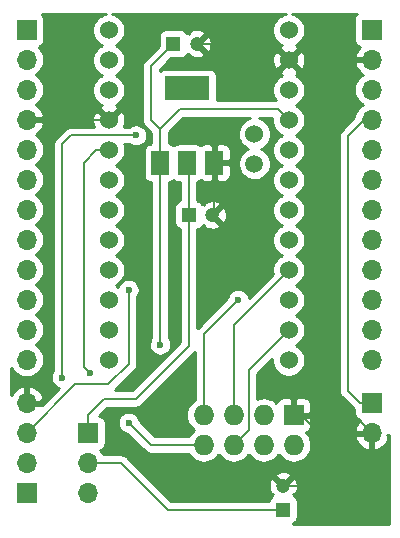
<source format=gbr>
G04 #@! TF.FileFunction,Copper,L2,Bot,Signal*
%FSLAX46Y46*%
G04 Gerber Fmt 4.6, Leading zero omitted, Abs format (unit mm)*
G04 Created by KiCad (PCBNEW 4.0.7-e2-6376~58~ubuntu16.04.1) date Mon Apr  2 12:22:34 2018*
%MOMM*%
%LPD*%
G01*
G04 APERTURE LIST*
%ADD10C,0.100000*%
%ADD11R,1.700000X1.700000*%
%ADD12O,1.700000X1.700000*%
%ADD13R,1.200000X1.200000*%
%ADD14C,1.200000*%
%ADD15R,3.800000X2.000000*%
%ADD16R,1.500000X2.000000*%
%ADD17O,1.727200X1.727200*%
%ADD18R,1.727200X1.727200*%
%ADD19C,1.524000*%
%ADD20C,1.500000*%
%ADD21C,0.600000*%
%ADD22C,0.200000*%
%ADD23C,0.254000*%
G04 APERTURE END LIST*
D10*
D11*
X135890000Y-98933000D03*
D12*
X135890000Y-101473000D03*
D13*
X128397000Y-107950000D03*
D14*
X128397000Y-105950000D03*
D11*
X106680000Y-67310000D03*
D12*
X106680000Y-69850000D03*
X106680000Y-72390000D03*
X106680000Y-74930000D03*
X106680000Y-77470000D03*
X106680000Y-80010000D03*
X106680000Y-82550000D03*
X106680000Y-85090000D03*
X106680000Y-87630000D03*
X106680000Y-90170000D03*
X106680000Y-92710000D03*
X106680000Y-95250000D03*
D11*
X111887000Y-101473000D03*
D12*
X111887000Y-104013000D03*
X111887000Y-106553000D03*
D11*
X135890000Y-67310000D03*
D12*
X135890000Y-69850000D03*
X135890000Y-72390000D03*
X135890000Y-74930000D03*
X135890000Y-77470000D03*
X135890000Y-80010000D03*
X135890000Y-82550000D03*
X135890000Y-85090000D03*
X135890000Y-87630000D03*
X135890000Y-90170000D03*
X135890000Y-92710000D03*
X135890000Y-95250000D03*
D15*
X120269000Y-72288000D03*
D16*
X120269000Y-78588000D03*
X117969000Y-78588000D03*
X122569000Y-78588000D03*
D17*
X121666000Y-99949000D03*
X121666000Y-102489000D03*
X124206000Y-99949000D03*
X124206000Y-102489000D03*
X126746000Y-99949000D03*
X126746000Y-102489000D03*
D18*
X129286000Y-99949000D03*
D17*
X129286000Y-102489000D03*
D19*
X113637144Y-67365000D03*
X113637144Y-69905000D03*
X113637144Y-72445000D03*
X113637144Y-74985000D03*
X113637144Y-77525000D03*
X113637144Y-80065000D03*
X113637144Y-82605000D03*
X113637144Y-85145000D03*
X113637144Y-87685000D03*
X113637144Y-90225000D03*
X113637144Y-92765000D03*
X113637144Y-95305000D03*
X128877144Y-67365000D03*
X128877144Y-69905000D03*
X128877144Y-72445000D03*
X128877144Y-74985000D03*
X128877144Y-77525000D03*
X128877144Y-80065000D03*
X128877144Y-82605000D03*
X128877144Y-85145000D03*
X128877144Y-87685000D03*
X128877144Y-90225000D03*
X128877144Y-92765000D03*
X128877144Y-95305000D03*
X125956144Y-76128000D03*
D20*
X125956144Y-78668000D03*
D11*
X106680000Y-106553000D03*
D12*
X106680000Y-104013000D03*
X106680000Y-101473000D03*
X106680000Y-98933000D03*
D13*
X119100000Y-68500000D03*
D14*
X121100000Y-68500000D03*
D13*
X120400000Y-83000000D03*
D14*
X122400000Y-83000000D03*
D21*
X117983000Y-93980000D03*
X120523000Y-75311000D03*
X112014000Y-96393000D03*
X115316000Y-100584000D03*
X124587000Y-90170000D03*
X115951000Y-76263500D03*
X109664500Y-96774000D03*
X115316000Y-89344500D03*
D22*
X117969000Y-78588000D02*
X117969000Y-75769000D01*
X117200000Y-70400000D02*
X119100000Y-68500000D01*
X117200000Y-75000000D02*
X117200000Y-70400000D01*
X117969000Y-75769000D02*
X117200000Y-75000000D01*
X117969000Y-78588000D02*
X117969000Y-93966000D01*
X117969000Y-93966000D02*
X117983000Y-93980000D01*
X117969000Y-78588000D02*
X117969000Y-75706000D01*
X127933144Y-74041000D02*
X128877144Y-74985000D01*
X119634000Y-74041000D02*
X127933144Y-74041000D01*
X117969000Y-75706000D02*
X119634000Y-74041000D01*
X135890000Y-98933000D02*
X134874000Y-98933000D01*
X133858000Y-76327000D02*
X135255000Y-74930000D01*
X133858000Y-97917000D02*
X133858000Y-76327000D01*
X134874000Y-98933000D02*
X133858000Y-97917000D01*
X135255000Y-74930000D02*
X135890000Y-74930000D01*
X121100000Y-68500000D02*
X127472144Y-68500000D01*
X127472144Y-68500000D02*
X128877144Y-69905000D01*
X122569000Y-78588000D02*
X122569000Y-82831000D01*
X122569000Y-82831000D02*
X122400000Y-83000000D01*
X106680000Y-98933000D02*
X107696000Y-98933000D01*
X110562000Y-74985000D02*
X113637144Y-74985000D01*
X108839000Y-76708000D02*
X110562000Y-74985000D01*
X108839000Y-97790000D02*
X108839000Y-76708000D01*
X107696000Y-98933000D02*
X108839000Y-97790000D01*
X122569000Y-78588000D02*
X122569000Y-77357000D01*
X122569000Y-77357000D02*
X120523000Y-75311000D01*
X129286000Y-99949000D02*
X129921000Y-99949000D01*
X129921000Y-99949000D02*
X130810000Y-100838000D01*
X129762000Y-105950000D02*
X128397000Y-105950000D01*
X130810000Y-104902000D02*
X129762000Y-105950000D01*
X130810000Y-100838000D02*
X130810000Y-104902000D01*
X129286000Y-99949000D02*
X134366000Y-99949000D01*
X134366000Y-99949000D02*
X135890000Y-101473000D01*
X135890000Y-101473000D02*
X132969000Y-98552000D01*
X134493000Y-69850000D02*
X135890000Y-69850000D01*
X132969000Y-71374000D02*
X134493000Y-69850000D01*
X132969000Y-98552000D02*
X132969000Y-71374000D01*
X120400000Y-83000000D02*
X120400000Y-94100000D01*
X111887000Y-99913000D02*
X111887000Y-101473000D01*
X113200000Y-98600000D02*
X111887000Y-99913000D01*
X115900000Y-98600000D02*
X113200000Y-98600000D01*
X120400000Y-94100000D02*
X115900000Y-98600000D01*
X120400000Y-83000000D02*
X120400000Y-78719000D01*
X120400000Y-78719000D02*
X120269000Y-78588000D01*
X121666000Y-102489000D02*
X117221000Y-102489000D01*
X112594000Y-77525000D02*
X113637144Y-77525000D01*
X111506000Y-78613000D02*
X112594000Y-77525000D01*
X111506000Y-95885000D02*
X111506000Y-78613000D01*
X112014000Y-96393000D02*
X111506000Y-95885000D01*
X117221000Y-102489000D02*
X115316000Y-100584000D01*
X111887000Y-104013000D02*
X114681000Y-104013000D01*
X118618000Y-107950000D02*
X128397000Y-107950000D01*
X114681000Y-104013000D02*
X118618000Y-107950000D01*
X124206000Y-99949000D02*
X124206000Y-92356144D01*
X124206000Y-92356144D02*
X128877144Y-87685000D01*
X121666000Y-99949000D02*
X121666000Y-93091000D01*
X121666000Y-93091000D02*
X124587000Y-90170000D01*
X124206000Y-102489000D02*
X125476000Y-101219000D01*
X125476000Y-96166144D02*
X128877144Y-92765000D01*
X125476000Y-101219000D02*
X125476000Y-96166144D01*
X110426500Y-76263500D02*
X115951000Y-76263500D01*
X109664500Y-77025500D02*
X110426500Y-76263500D01*
X109664500Y-96774000D02*
X109664500Y-77025500D01*
X110807500Y-97345500D02*
X106680000Y-101473000D01*
X113601500Y-97345500D02*
X110807500Y-97345500D01*
X115316000Y-95631000D02*
X113601500Y-97345500D01*
X115316000Y-89344500D02*
X115316000Y-95631000D01*
X106680000Y-101473000D02*
X106680000Y-101219000D01*
D23*
G36*
X113240805Y-66018354D02*
X112986788Y-66120984D01*
X112757543Y-66270997D01*
X112561802Y-66462681D01*
X112407021Y-66688734D01*
X112299094Y-66940546D01*
X112242133Y-67208524D01*
X112238308Y-67482464D01*
X112287764Y-67751928D01*
X112388618Y-68006655D01*
X112537027Y-68236942D01*
X112727340Y-68434016D01*
X112952307Y-68590372D01*
X113052844Y-68634296D01*
X112986788Y-68660984D01*
X112757543Y-68810997D01*
X112561802Y-69002681D01*
X112407021Y-69228734D01*
X112299094Y-69480546D01*
X112242133Y-69748524D01*
X112238308Y-70022464D01*
X112287764Y-70291928D01*
X112388618Y-70546655D01*
X112537027Y-70776942D01*
X112727340Y-70974016D01*
X112952307Y-71130372D01*
X113052844Y-71174296D01*
X112986788Y-71200984D01*
X112757543Y-71350997D01*
X112561802Y-71542681D01*
X112407021Y-71768734D01*
X112299094Y-72020546D01*
X112242133Y-72288524D01*
X112238308Y-72562464D01*
X112287764Y-72831928D01*
X112388618Y-73086655D01*
X112537027Y-73316942D01*
X112727340Y-73514016D01*
X112952307Y-73670372D01*
X113048230Y-73712280D01*
X113034121Y-73717364D01*
X112918164Y-73779344D01*
X112851184Y-74019435D01*
X113637144Y-74805395D01*
X114423104Y-74019435D01*
X114356124Y-73779344D01*
X114222401Y-73716464D01*
X114270067Y-73697975D01*
X114501384Y-73551177D01*
X114699783Y-73362245D01*
X114857705Y-73138375D01*
X114969137Y-72888095D01*
X115029834Y-72620938D01*
X115034203Y-72308017D01*
X114980990Y-72039269D01*
X114876590Y-71785975D01*
X114724979Y-71557783D01*
X114531934Y-71363385D01*
X114304806Y-71210185D01*
X114223537Y-71176023D01*
X114270067Y-71157975D01*
X114501384Y-71011177D01*
X114699783Y-70822245D01*
X114857705Y-70598375D01*
X114969137Y-70348095D01*
X115029834Y-70080938D01*
X115034203Y-69768017D01*
X114980990Y-69499269D01*
X114876590Y-69245975D01*
X114724979Y-69017783D01*
X114531934Y-68823385D01*
X114304806Y-68670185D01*
X114223537Y-68636023D01*
X114270067Y-68617975D01*
X114501384Y-68471177D01*
X114699783Y-68282245D01*
X114857705Y-68058375D01*
X114969137Y-67808095D01*
X115029834Y-67540938D01*
X115034203Y-67228017D01*
X114980990Y-66959269D01*
X114876590Y-66705975D01*
X114724979Y-66477783D01*
X114531934Y-66283385D01*
X114304806Y-66130185D01*
X114052247Y-66024019D01*
X113876775Y-65988000D01*
X128639926Y-65988000D01*
X128480805Y-66018354D01*
X128226788Y-66120984D01*
X127997543Y-66270997D01*
X127801802Y-66462681D01*
X127647021Y-66688734D01*
X127539094Y-66940546D01*
X127482133Y-67208524D01*
X127478308Y-67482464D01*
X127527764Y-67751928D01*
X127628618Y-68006655D01*
X127777027Y-68236942D01*
X127967340Y-68434016D01*
X128192307Y-68590372D01*
X128288230Y-68632280D01*
X128274121Y-68637364D01*
X128158164Y-68699344D01*
X128091184Y-68939435D01*
X128877144Y-69725395D01*
X129663104Y-68939435D01*
X129596124Y-68699344D01*
X129462401Y-68636464D01*
X129510067Y-68617975D01*
X129741384Y-68471177D01*
X129939783Y-68282245D01*
X130097705Y-68058375D01*
X130209137Y-67808095D01*
X130269834Y-67540938D01*
X130274203Y-67228017D01*
X130220990Y-66959269D01*
X130116590Y-66705975D01*
X129964979Y-66477783D01*
X129771934Y-66283385D01*
X129544806Y-66130185D01*
X129292247Y-66024019D01*
X129116775Y-65988000D01*
X134612242Y-65988000D01*
X134500975Y-66118550D01*
X134427190Y-66282237D01*
X134401928Y-66460000D01*
X134401928Y-68160000D01*
X134409992Y-68261121D01*
X134463106Y-68432634D01*
X134561900Y-68582559D01*
X134698550Y-68699025D01*
X134862237Y-68772810D01*
X134875636Y-68774714D01*
X134792412Y-68849731D01*
X134618359Y-69083080D01*
X134493175Y-69345901D01*
X134448524Y-69493110D01*
X134569845Y-69723000D01*
X135763000Y-69723000D01*
X135763000Y-69703000D01*
X136017000Y-69703000D01*
X136017000Y-69723000D01*
X136037000Y-69723000D01*
X136037000Y-69977000D01*
X136017000Y-69977000D01*
X136017000Y-69997000D01*
X135763000Y-69997000D01*
X135763000Y-69977000D01*
X134569845Y-69977000D01*
X134448524Y-70206890D01*
X134493175Y-70354099D01*
X134618359Y-70616920D01*
X134792412Y-70850269D01*
X135008645Y-71045178D01*
X135129090Y-71116923D01*
X135061029Y-71153112D01*
X134836433Y-71336287D01*
X134651694Y-71559599D01*
X134513848Y-71814539D01*
X134428146Y-72091399D01*
X134397851Y-72379633D01*
X134424118Y-72668261D01*
X134505947Y-72946291D01*
X134640220Y-73203131D01*
X134821823Y-73429000D01*
X135043839Y-73615294D01*
X135124247Y-73659498D01*
X135061029Y-73693112D01*
X134836433Y-73876287D01*
X134651694Y-74099599D01*
X134513848Y-74354539D01*
X134428146Y-74631399D01*
X134418044Y-74727509D01*
X133338277Y-75807277D01*
X133295220Y-75859696D01*
X133251542Y-75911749D01*
X133249679Y-75915138D01*
X133247227Y-75918123D01*
X133215151Y-75977945D01*
X133182436Y-76037453D01*
X133181267Y-76041137D01*
X133179441Y-76044543D01*
X133159588Y-76109478D01*
X133139062Y-76174185D01*
X133138631Y-76178025D01*
X133137501Y-76181722D01*
X133130640Y-76249266D01*
X133123072Y-76316738D01*
X133123019Y-76324298D01*
X133123005Y-76324435D01*
X133123017Y-76324563D01*
X133123000Y-76327000D01*
X133123000Y-97917000D01*
X133129626Y-97984575D01*
X133135543Y-98052204D01*
X133136621Y-98055913D01*
X133136998Y-98059762D01*
X133156626Y-98124774D01*
X133175563Y-98189955D01*
X133177342Y-98193387D01*
X133178459Y-98197087D01*
X133210360Y-98257083D01*
X133241578Y-98317309D01*
X133243986Y-98320325D01*
X133245803Y-98323743D01*
X133288748Y-98376398D01*
X133331071Y-98429416D01*
X133336375Y-98434794D01*
X133336466Y-98434906D01*
X133336570Y-98434992D01*
X133338277Y-98436723D01*
X134354277Y-99452723D01*
X134401928Y-99491864D01*
X134401928Y-99783000D01*
X134409992Y-99884121D01*
X134463106Y-100055634D01*
X134561900Y-100205559D01*
X134698550Y-100322025D01*
X134862237Y-100395810D01*
X134875636Y-100397714D01*
X134792412Y-100472731D01*
X134618359Y-100706080D01*
X134493175Y-100968901D01*
X134448524Y-101116110D01*
X134569845Y-101346000D01*
X135763000Y-101346000D01*
X135763000Y-101326000D01*
X136017000Y-101326000D01*
X136017000Y-101346000D01*
X136037000Y-101346000D01*
X136037000Y-101600000D01*
X136017000Y-101600000D01*
X136017000Y-102793814D01*
X136246891Y-102914481D01*
X136521252Y-102817157D01*
X136771355Y-102668178D01*
X136987588Y-102473269D01*
X137161641Y-102239920D01*
X137286825Y-101977099D01*
X137331476Y-101829890D01*
X137210156Y-101600002D01*
X137339000Y-101600002D01*
X137339000Y-109145000D01*
X129211167Y-109145000D01*
X129269634Y-109126894D01*
X129419559Y-109028100D01*
X129536025Y-108891450D01*
X129609810Y-108727763D01*
X129635072Y-108550000D01*
X129635072Y-107350000D01*
X129627008Y-107248879D01*
X129573894Y-107077366D01*
X129475100Y-106927441D01*
X129338450Y-106810975D01*
X129305165Y-106795971D01*
X129363872Y-106737264D01*
X129246766Y-106620158D01*
X129470348Y-106572852D01*
X129571237Y-106351484D01*
X129627000Y-106114687D01*
X129635495Y-105871562D01*
X129596395Y-105631451D01*
X129511202Y-105403582D01*
X129470348Y-105327148D01*
X129246764Y-105279841D01*
X128576605Y-105950000D01*
X128590748Y-105964143D01*
X128411143Y-106143748D01*
X128397000Y-106129605D01*
X128382858Y-106143748D01*
X128203253Y-105964143D01*
X128217395Y-105950000D01*
X127547236Y-105279841D01*
X127323652Y-105327148D01*
X127222763Y-105548516D01*
X127167000Y-105785313D01*
X127158505Y-106028438D01*
X127197605Y-106268549D01*
X127282798Y-106496418D01*
X127323652Y-106572852D01*
X127547234Y-106620158D01*
X127430128Y-106737264D01*
X127489166Y-106796302D01*
X127374441Y-106871900D01*
X127257975Y-107008550D01*
X127184190Y-107172237D01*
X127178113Y-107215000D01*
X118922447Y-107215000D01*
X116807683Y-105100236D01*
X127726841Y-105100236D01*
X128397000Y-105770395D01*
X129067159Y-105100236D01*
X129019852Y-104876652D01*
X128798484Y-104775763D01*
X128561687Y-104720000D01*
X128318562Y-104711505D01*
X128078451Y-104750605D01*
X127850582Y-104835798D01*
X127774148Y-104876652D01*
X127726841Y-105100236D01*
X116807683Y-105100236D01*
X115200723Y-103493277D01*
X115148304Y-103450220D01*
X115096251Y-103406542D01*
X115092862Y-103404679D01*
X115089877Y-103402227D01*
X115030055Y-103370151D01*
X114970547Y-103337436D01*
X114966863Y-103336267D01*
X114963457Y-103334441D01*
X114898522Y-103314588D01*
X114833815Y-103294062D01*
X114829975Y-103293631D01*
X114826278Y-103292501D01*
X114758734Y-103285640D01*
X114691262Y-103278072D01*
X114683702Y-103278019D01*
X114683565Y-103278005D01*
X114683437Y-103278017D01*
X114681000Y-103278000D01*
X113177626Y-103278000D01*
X113136780Y-103199869D01*
X112955177Y-102974000D01*
X112905349Y-102932189D01*
X113009634Y-102899894D01*
X113159559Y-102801100D01*
X113276025Y-102664450D01*
X113349810Y-102500763D01*
X113375072Y-102323000D01*
X113375072Y-100623000D01*
X113367008Y-100521879D01*
X113313894Y-100350366D01*
X113215100Y-100200441D01*
X113078450Y-100083975D01*
X112914763Y-100010190D01*
X112839896Y-99999551D01*
X113504447Y-99335000D01*
X115900000Y-99335000D01*
X115967575Y-99328374D01*
X116035204Y-99322457D01*
X116038913Y-99321379D01*
X116042762Y-99321002D01*
X116107774Y-99301374D01*
X116172955Y-99282437D01*
X116176387Y-99280658D01*
X116180087Y-99279541D01*
X116240083Y-99247640D01*
X116300309Y-99216422D01*
X116303325Y-99214014D01*
X116306743Y-99212197D01*
X116359398Y-99169252D01*
X116412416Y-99126929D01*
X116417794Y-99121625D01*
X116417906Y-99121534D01*
X116417992Y-99121430D01*
X116419723Y-99119723D01*
X120919723Y-94619724D01*
X120931000Y-94605995D01*
X120931000Y-98646782D01*
X120829436Y-98700784D01*
X120602784Y-98885637D01*
X120416353Y-99110994D01*
X120277245Y-99368269D01*
X120190758Y-99647665D01*
X120160186Y-99938538D01*
X120186693Y-100229810D01*
X120269271Y-100510385D01*
X120404774Y-100769578D01*
X120588040Y-100997515D01*
X120812089Y-101185515D01*
X120871724Y-101218299D01*
X120829436Y-101240784D01*
X120602784Y-101425637D01*
X120416353Y-101650994D01*
X120360658Y-101754000D01*
X117525447Y-101754000D01*
X116247898Y-100476452D01*
X116215425Y-100312448D01*
X116145550Y-100142920D01*
X116044079Y-99990193D01*
X115914875Y-99860084D01*
X115762860Y-99757549D01*
X115593825Y-99686493D01*
X115414207Y-99649623D01*
X115230849Y-99648343D01*
X115050733Y-99682701D01*
X114880722Y-99751390D01*
X114727291Y-99851793D01*
X114596283Y-99980086D01*
X114492689Y-100131381D01*
X114420454Y-100299916D01*
X114382331Y-100479272D01*
X114379771Y-100662617D01*
X114412872Y-100842968D01*
X114480372Y-101013454D01*
X114579701Y-101167583D01*
X114707076Y-101299484D01*
X114857644Y-101404131D01*
X115025671Y-101477540D01*
X115204757Y-101516915D01*
X115209570Y-101517016D01*
X116701277Y-103008724D01*
X116753725Y-103051805D01*
X116805749Y-103095458D01*
X116809138Y-103097321D01*
X116812123Y-103099773D01*
X116871980Y-103131868D01*
X116931453Y-103164564D01*
X116935132Y-103165731D01*
X116938543Y-103167560D01*
X117003524Y-103187426D01*
X117068185Y-103207938D01*
X117072025Y-103208369D01*
X117075722Y-103209499D01*
X117143266Y-103216360D01*
X117210738Y-103223928D01*
X117218298Y-103223981D01*
X117218435Y-103223995D01*
X117218563Y-103223983D01*
X117221000Y-103224000D01*
X120360035Y-103224000D01*
X120404774Y-103309578D01*
X120588040Y-103537515D01*
X120812089Y-103725515D01*
X121068388Y-103866416D01*
X121347173Y-103954852D01*
X121637825Y-103987454D01*
X121658749Y-103987600D01*
X121673251Y-103987600D01*
X121964331Y-103959059D01*
X122244323Y-103874525D01*
X122502564Y-103737216D01*
X122729216Y-103552363D01*
X122915647Y-103327006D01*
X122935088Y-103291051D01*
X122944774Y-103309578D01*
X123128040Y-103537515D01*
X123352089Y-103725515D01*
X123608388Y-103866416D01*
X123887173Y-103954852D01*
X124177825Y-103987454D01*
X124198749Y-103987600D01*
X124213251Y-103987600D01*
X124504331Y-103959059D01*
X124784323Y-103874525D01*
X125042564Y-103737216D01*
X125269216Y-103552363D01*
X125455647Y-103327006D01*
X125475088Y-103291051D01*
X125484774Y-103309578D01*
X125668040Y-103537515D01*
X125892089Y-103725515D01*
X126148388Y-103866416D01*
X126427173Y-103954852D01*
X126717825Y-103987454D01*
X126738749Y-103987600D01*
X126753251Y-103987600D01*
X127044331Y-103959059D01*
X127324323Y-103874525D01*
X127582564Y-103737216D01*
X127809216Y-103552363D01*
X127995647Y-103327006D01*
X128015088Y-103291051D01*
X128024774Y-103309578D01*
X128208040Y-103537515D01*
X128432089Y-103725515D01*
X128688388Y-103866416D01*
X128967173Y-103954852D01*
X129257825Y-103987454D01*
X129278749Y-103987600D01*
X129293251Y-103987600D01*
X129584331Y-103959059D01*
X129864323Y-103874525D01*
X130122564Y-103737216D01*
X130349216Y-103552363D01*
X130535647Y-103327006D01*
X130674755Y-103069731D01*
X130761242Y-102790335D01*
X130791814Y-102499462D01*
X130765307Y-102208190D01*
X130682729Y-101927615D01*
X130631640Y-101829890D01*
X134448524Y-101829890D01*
X134493175Y-101977099D01*
X134618359Y-102239920D01*
X134792412Y-102473269D01*
X135008645Y-102668178D01*
X135258748Y-102817157D01*
X135533109Y-102914481D01*
X135763000Y-102793814D01*
X135763000Y-101600000D01*
X134569845Y-101600000D01*
X134448524Y-101829890D01*
X130631640Y-101829890D01*
X130547226Y-101668422D01*
X130363960Y-101440485D01*
X130340537Y-101420830D01*
X130450385Y-101375330D01*
X130554389Y-101305837D01*
X130642837Y-101217389D01*
X130712330Y-101113385D01*
X130760197Y-100997823D01*
X130784600Y-100875142D01*
X130784600Y-100234750D01*
X130625850Y-100076000D01*
X129413000Y-100076000D01*
X129413000Y-100096000D01*
X129159000Y-100096000D01*
X129159000Y-100076000D01*
X129139000Y-100076000D01*
X129139000Y-99822000D01*
X129159000Y-99822000D01*
X129159000Y-98609150D01*
X129413000Y-98609150D01*
X129413000Y-99822000D01*
X130625850Y-99822000D01*
X130784600Y-99663250D01*
X130784600Y-99022858D01*
X130760197Y-98900177D01*
X130712330Y-98784615D01*
X130642837Y-98680611D01*
X130554389Y-98592163D01*
X130450385Y-98522670D01*
X130334823Y-98474803D01*
X130212142Y-98450400D01*
X129571750Y-98450400D01*
X129413000Y-98609150D01*
X129159000Y-98609150D01*
X129000250Y-98450400D01*
X128359858Y-98450400D01*
X128237177Y-98474803D01*
X128121615Y-98522670D01*
X128017611Y-98592163D01*
X127929163Y-98680611D01*
X127859670Y-98784615D01*
X127814844Y-98892836D01*
X127599911Y-98712485D01*
X127343612Y-98571584D01*
X127064827Y-98483148D01*
X126774175Y-98450546D01*
X126753251Y-98450400D01*
X126738749Y-98450400D01*
X126447669Y-98478941D01*
X126211000Y-98550395D01*
X126211000Y-96470590D01*
X127481412Y-95200179D01*
X127478308Y-95422464D01*
X127527764Y-95691928D01*
X127628618Y-95946655D01*
X127777027Y-96176942D01*
X127967340Y-96374016D01*
X128192307Y-96530372D01*
X128443359Y-96640054D01*
X128710933Y-96698884D01*
X128984839Y-96704622D01*
X129254643Y-96657048D01*
X129510067Y-96557975D01*
X129741384Y-96411177D01*
X129939783Y-96222245D01*
X130097705Y-95998375D01*
X130209137Y-95748095D01*
X130269834Y-95480938D01*
X130274203Y-95168017D01*
X130220990Y-94899269D01*
X130116590Y-94645975D01*
X129964979Y-94417783D01*
X129771934Y-94223385D01*
X129544806Y-94070185D01*
X129463537Y-94036023D01*
X129510067Y-94017975D01*
X129741384Y-93871177D01*
X129939783Y-93682245D01*
X130097705Y-93458375D01*
X130209137Y-93208095D01*
X130269834Y-92940938D01*
X130274203Y-92628017D01*
X130220990Y-92359269D01*
X130116590Y-92105975D01*
X129964979Y-91877783D01*
X129771934Y-91683385D01*
X129544806Y-91530185D01*
X129463537Y-91496023D01*
X129510067Y-91477975D01*
X129741384Y-91331177D01*
X129939783Y-91142245D01*
X130097705Y-90918375D01*
X130209137Y-90668095D01*
X130269834Y-90400938D01*
X130274203Y-90088017D01*
X130220990Y-89819269D01*
X130116590Y-89565975D01*
X129964979Y-89337783D01*
X129771934Y-89143385D01*
X129544806Y-88990185D01*
X129463537Y-88956023D01*
X129510067Y-88937975D01*
X129741384Y-88791177D01*
X129939783Y-88602245D01*
X130097705Y-88378375D01*
X130209137Y-88128095D01*
X130269834Y-87860938D01*
X130274203Y-87548017D01*
X130220990Y-87279269D01*
X130116590Y-87025975D01*
X129964979Y-86797783D01*
X129771934Y-86603385D01*
X129544806Y-86450185D01*
X129463537Y-86416023D01*
X129510067Y-86397975D01*
X129741384Y-86251177D01*
X129939783Y-86062245D01*
X130097705Y-85838375D01*
X130209137Y-85588095D01*
X130269834Y-85320938D01*
X130274203Y-85008017D01*
X130220990Y-84739269D01*
X130116590Y-84485975D01*
X129964979Y-84257783D01*
X129771934Y-84063385D01*
X129544806Y-83910185D01*
X129463537Y-83876023D01*
X129510067Y-83857975D01*
X129741384Y-83711177D01*
X129939783Y-83522245D01*
X130097705Y-83298375D01*
X130209137Y-83048095D01*
X130269834Y-82780938D01*
X130274203Y-82468017D01*
X130220990Y-82199269D01*
X130116590Y-81945975D01*
X129964979Y-81717783D01*
X129771934Y-81523385D01*
X129544806Y-81370185D01*
X129463537Y-81336023D01*
X129510067Y-81317975D01*
X129741384Y-81171177D01*
X129939783Y-80982245D01*
X130097705Y-80758375D01*
X130209137Y-80508095D01*
X130269834Y-80240938D01*
X130274203Y-79928017D01*
X130220990Y-79659269D01*
X130116590Y-79405975D01*
X129964979Y-79177783D01*
X129771934Y-78983385D01*
X129544806Y-78830185D01*
X129463537Y-78796023D01*
X129510067Y-78777975D01*
X129741384Y-78631177D01*
X129939783Y-78442245D01*
X130097705Y-78218375D01*
X130209137Y-77968095D01*
X130269834Y-77700938D01*
X130274203Y-77388017D01*
X130220990Y-77119269D01*
X130116590Y-76865975D01*
X129964979Y-76637783D01*
X129771934Y-76443385D01*
X129544806Y-76290185D01*
X129463537Y-76256023D01*
X129510067Y-76237975D01*
X129741384Y-76091177D01*
X129939783Y-75902245D01*
X130097705Y-75678375D01*
X130209137Y-75428095D01*
X130269834Y-75160938D01*
X130274203Y-74848017D01*
X130220990Y-74579269D01*
X130116590Y-74325975D01*
X129964979Y-74097783D01*
X129771934Y-73903385D01*
X129544806Y-73750185D01*
X129463537Y-73716023D01*
X129510067Y-73697975D01*
X129741384Y-73551177D01*
X129939783Y-73362245D01*
X130097705Y-73138375D01*
X130209137Y-72888095D01*
X130269834Y-72620938D01*
X130274203Y-72308017D01*
X130220990Y-72039269D01*
X130116590Y-71785975D01*
X129964979Y-71557783D01*
X129771934Y-71363385D01*
X129544806Y-71210185D01*
X129466875Y-71177426D01*
X129480167Y-71172636D01*
X129596124Y-71110656D01*
X129663104Y-70870565D01*
X128877144Y-70084605D01*
X128091184Y-70870565D01*
X128158164Y-71110656D01*
X128293198Y-71174153D01*
X128226788Y-71200984D01*
X127997543Y-71350997D01*
X127801802Y-71542681D01*
X127647021Y-71768734D01*
X127539094Y-72020546D01*
X127482133Y-72288524D01*
X127478308Y-72562464D01*
X127527764Y-72831928D01*
X127628618Y-73086655D01*
X127769975Y-73306000D01*
X122804514Y-73306000D01*
X122807072Y-73288000D01*
X122807072Y-71288000D01*
X122799008Y-71186879D01*
X122745894Y-71015366D01*
X122647100Y-70865441D01*
X122510450Y-70748975D01*
X122346763Y-70675190D01*
X122169000Y-70649928D01*
X118369000Y-70649928D01*
X118267879Y-70657992D01*
X118096366Y-70711106D01*
X117946441Y-70809900D01*
X117935000Y-70823324D01*
X117935000Y-70704446D01*
X118662429Y-69977017D01*
X127475234Y-69977017D01*
X127516222Y-70249133D01*
X127609508Y-70508023D01*
X127671488Y-70623980D01*
X127911579Y-70690960D01*
X128697539Y-69905000D01*
X129056749Y-69905000D01*
X129842709Y-70690960D01*
X130082800Y-70623980D01*
X130199900Y-70374952D01*
X130266167Y-70107865D01*
X130279054Y-69832983D01*
X130238066Y-69560867D01*
X130144780Y-69301977D01*
X130082800Y-69186020D01*
X129842709Y-69119040D01*
X129056749Y-69905000D01*
X128697539Y-69905000D01*
X127911579Y-69119040D01*
X127671488Y-69186020D01*
X127554388Y-69435048D01*
X127488121Y-69702135D01*
X127475234Y-69977017D01*
X118662429Y-69977017D01*
X118901375Y-69738072D01*
X119700000Y-69738072D01*
X119801121Y-69730008D01*
X119972634Y-69676894D01*
X120122559Y-69578100D01*
X120239025Y-69441450D01*
X120254029Y-69408165D01*
X120312736Y-69466872D01*
X120429842Y-69349766D01*
X120477148Y-69573348D01*
X120698516Y-69674237D01*
X120935313Y-69730000D01*
X121178438Y-69738495D01*
X121418549Y-69699395D01*
X121646418Y-69614202D01*
X121722852Y-69573348D01*
X121770159Y-69349764D01*
X121100000Y-68679605D01*
X121085858Y-68693748D01*
X120906253Y-68514143D01*
X120920395Y-68500000D01*
X121279605Y-68500000D01*
X121949764Y-69170159D01*
X122173348Y-69122852D01*
X122274237Y-68901484D01*
X122330000Y-68664687D01*
X122338495Y-68421562D01*
X122299395Y-68181451D01*
X122214202Y-67953582D01*
X122173348Y-67877148D01*
X121949764Y-67829841D01*
X121279605Y-68500000D01*
X120920395Y-68500000D01*
X120906253Y-68485858D01*
X121085858Y-68306253D01*
X121100000Y-68320395D01*
X121770159Y-67650236D01*
X121722852Y-67426652D01*
X121501484Y-67325763D01*
X121264687Y-67270000D01*
X121021562Y-67261505D01*
X120781451Y-67300605D01*
X120553582Y-67385798D01*
X120477148Y-67426652D01*
X120429842Y-67650234D01*
X120312736Y-67533128D01*
X120253698Y-67592166D01*
X120178100Y-67477441D01*
X120041450Y-67360975D01*
X119877763Y-67287190D01*
X119700000Y-67261928D01*
X118500000Y-67261928D01*
X118398879Y-67269992D01*
X118227366Y-67323106D01*
X118077441Y-67421900D01*
X117960975Y-67558550D01*
X117887190Y-67722237D01*
X117861928Y-67900000D01*
X117861928Y-68698625D01*
X116680277Y-69880277D01*
X116637220Y-69932696D01*
X116593542Y-69984749D01*
X116591679Y-69988138D01*
X116589227Y-69991123D01*
X116557151Y-70050945D01*
X116524436Y-70110453D01*
X116523267Y-70114137D01*
X116521441Y-70117543D01*
X116501588Y-70182478D01*
X116481062Y-70247185D01*
X116480631Y-70251025D01*
X116479501Y-70254722D01*
X116472640Y-70322266D01*
X116465072Y-70389738D01*
X116465019Y-70397298D01*
X116465005Y-70397435D01*
X116465017Y-70397563D01*
X116465000Y-70400000D01*
X116465000Y-75000000D01*
X116471626Y-75067575D01*
X116477543Y-75135204D01*
X116478621Y-75138913D01*
X116478998Y-75142762D01*
X116498626Y-75207774D01*
X116517563Y-75272955D01*
X116519342Y-75276387D01*
X116520459Y-75280087D01*
X116552360Y-75340083D01*
X116583578Y-75400309D01*
X116585986Y-75403325D01*
X116587803Y-75406743D01*
X116630748Y-75459398D01*
X116673071Y-75512416D01*
X116678375Y-75517794D01*
X116678466Y-75517906D01*
X116678570Y-75517992D01*
X116680277Y-75519723D01*
X117234000Y-76073447D01*
X117234000Y-76949928D01*
X117219000Y-76949928D01*
X117117879Y-76957992D01*
X116946366Y-77011106D01*
X116796441Y-77109900D01*
X116679975Y-77246550D01*
X116606190Y-77410237D01*
X116580928Y-77588000D01*
X116580928Y-79588000D01*
X116588992Y-79689121D01*
X116642106Y-79860634D01*
X116740900Y-80010559D01*
X116877550Y-80127025D01*
X117041237Y-80200810D01*
X117219000Y-80226072D01*
X117234000Y-80226072D01*
X117234000Y-93418853D01*
X117159689Y-93527381D01*
X117087454Y-93695916D01*
X117049331Y-93875272D01*
X117046771Y-94058617D01*
X117079872Y-94238968D01*
X117147372Y-94409454D01*
X117246701Y-94563583D01*
X117374076Y-94695484D01*
X117524644Y-94800131D01*
X117692671Y-94873540D01*
X117871757Y-94912915D01*
X118055079Y-94916755D01*
X118235657Y-94884914D01*
X118406610Y-94818606D01*
X118561429Y-94720355D01*
X118694215Y-94593904D01*
X118799911Y-94444070D01*
X118874492Y-94276560D01*
X118915116Y-94097754D01*
X118918040Y-93888319D01*
X118882425Y-93708448D01*
X118812550Y-93538920D01*
X118711079Y-93386193D01*
X118704000Y-93379064D01*
X118704000Y-80226072D01*
X118719000Y-80226072D01*
X118820121Y-80218008D01*
X118991634Y-80164894D01*
X119121542Y-80079290D01*
X119177550Y-80127025D01*
X119341237Y-80200810D01*
X119519000Y-80226072D01*
X119665000Y-80226072D01*
X119665000Y-81780484D01*
X119527366Y-81823106D01*
X119377441Y-81921900D01*
X119260975Y-82058550D01*
X119187190Y-82222237D01*
X119161928Y-82400000D01*
X119161928Y-83600000D01*
X119169992Y-83701121D01*
X119223106Y-83872634D01*
X119321900Y-84022559D01*
X119458550Y-84139025D01*
X119622237Y-84212810D01*
X119665000Y-84218887D01*
X119665000Y-93795553D01*
X115595554Y-97865000D01*
X114121446Y-97865000D01*
X115835723Y-96150724D01*
X115878819Y-96098258D01*
X115922458Y-96046251D01*
X115924319Y-96042865D01*
X115926773Y-96039878D01*
X115958861Y-95980035D01*
X115991564Y-95920547D01*
X115992733Y-95916863D01*
X115994559Y-95913457D01*
X116014412Y-95848522D01*
X116034938Y-95783815D01*
X116035369Y-95779975D01*
X116036499Y-95776278D01*
X116043360Y-95708734D01*
X116050928Y-95641262D01*
X116050981Y-95633702D01*
X116050995Y-95633565D01*
X116050983Y-95633437D01*
X116051000Y-95631000D01*
X116051000Y-89924687D01*
X116132911Y-89808570D01*
X116207492Y-89641060D01*
X116248116Y-89462254D01*
X116251040Y-89252819D01*
X116215425Y-89072948D01*
X116145550Y-88903420D01*
X116044079Y-88750693D01*
X115914875Y-88620584D01*
X115762860Y-88518049D01*
X115593825Y-88446993D01*
X115414207Y-88410123D01*
X115230849Y-88408843D01*
X115050733Y-88443201D01*
X114880722Y-88511890D01*
X114727291Y-88612293D01*
X114596283Y-88740586D01*
X114492689Y-88891881D01*
X114420454Y-89060416D01*
X114419009Y-89067216D01*
X114304806Y-88990185D01*
X114223537Y-88956023D01*
X114270067Y-88937975D01*
X114501384Y-88791177D01*
X114699783Y-88602245D01*
X114857705Y-88378375D01*
X114969137Y-88128095D01*
X115029834Y-87860938D01*
X115034203Y-87548017D01*
X114980990Y-87279269D01*
X114876590Y-87025975D01*
X114724979Y-86797783D01*
X114531934Y-86603385D01*
X114304806Y-86450185D01*
X114223537Y-86416023D01*
X114270067Y-86397975D01*
X114501384Y-86251177D01*
X114699783Y-86062245D01*
X114857705Y-85838375D01*
X114969137Y-85588095D01*
X115029834Y-85320938D01*
X115034203Y-85008017D01*
X114980990Y-84739269D01*
X114876590Y-84485975D01*
X114724979Y-84257783D01*
X114531934Y-84063385D01*
X114304806Y-83910185D01*
X114223537Y-83876023D01*
X114270067Y-83857975D01*
X114501384Y-83711177D01*
X114699783Y-83522245D01*
X114857705Y-83298375D01*
X114969137Y-83048095D01*
X115029834Y-82780938D01*
X115034203Y-82468017D01*
X114980990Y-82199269D01*
X114876590Y-81945975D01*
X114724979Y-81717783D01*
X114531934Y-81523385D01*
X114304806Y-81370185D01*
X114223537Y-81336023D01*
X114270067Y-81317975D01*
X114501384Y-81171177D01*
X114699783Y-80982245D01*
X114857705Y-80758375D01*
X114969137Y-80508095D01*
X115029834Y-80240938D01*
X115034203Y-79928017D01*
X114980990Y-79659269D01*
X114876590Y-79405975D01*
X114724979Y-79177783D01*
X114531934Y-78983385D01*
X114304806Y-78830185D01*
X114223537Y-78796023D01*
X114270067Y-78777975D01*
X114501384Y-78631177D01*
X114699783Y-78442245D01*
X114857705Y-78218375D01*
X114969137Y-77968095D01*
X115029834Y-77700938D01*
X115034203Y-77388017D01*
X114980990Y-77119269D01*
X114931213Y-76998500D01*
X115370156Y-76998500D01*
X115492644Y-77083631D01*
X115660671Y-77157040D01*
X115839757Y-77196415D01*
X116023079Y-77200255D01*
X116203657Y-77168414D01*
X116374610Y-77102106D01*
X116529429Y-77003855D01*
X116662215Y-76877404D01*
X116767911Y-76727570D01*
X116842492Y-76560060D01*
X116883116Y-76381254D01*
X116886040Y-76171819D01*
X116850425Y-75991948D01*
X116780550Y-75822420D01*
X116679079Y-75669693D01*
X116549875Y-75539584D01*
X116397860Y-75437049D01*
X116228825Y-75365993D01*
X116049207Y-75329123D01*
X115865849Y-75327843D01*
X115685733Y-75362201D01*
X115515722Y-75430890D01*
X115366559Y-75528500D01*
X114925316Y-75528500D01*
X114959900Y-75454952D01*
X115026167Y-75187865D01*
X115039054Y-74912983D01*
X114998066Y-74640867D01*
X114904780Y-74381977D01*
X114842800Y-74266020D01*
X114602709Y-74199040D01*
X113816749Y-74985000D01*
X113830892Y-74999143D01*
X113651287Y-75178748D01*
X113637144Y-75164605D01*
X113623002Y-75178748D01*
X113443397Y-74999143D01*
X113457539Y-74985000D01*
X112671579Y-74199040D01*
X112431488Y-74266020D01*
X112314388Y-74515048D01*
X112248121Y-74782135D01*
X112235234Y-75057017D01*
X112276222Y-75329133D01*
X112348060Y-75528500D01*
X110426500Y-75528500D01*
X110358975Y-75535121D01*
X110291296Y-75541042D01*
X110287582Y-75542121D01*
X110283738Y-75542498D01*
X110218768Y-75562114D01*
X110153545Y-75581063D01*
X110150113Y-75582842D01*
X110146413Y-75583959D01*
X110086456Y-75615839D01*
X110026191Y-75647077D01*
X110023171Y-75649488D01*
X110019757Y-75651303D01*
X109967129Y-75694225D01*
X109914084Y-75736571D01*
X109908702Y-75741878D01*
X109908594Y-75741966D01*
X109908512Y-75742066D01*
X109906777Y-75743776D01*
X109144777Y-76505777D01*
X109101720Y-76558196D01*
X109058042Y-76610249D01*
X109056179Y-76613638D01*
X109053727Y-76616623D01*
X109021651Y-76676445D01*
X108988936Y-76735953D01*
X108987767Y-76739637D01*
X108985941Y-76743043D01*
X108966088Y-76807978D01*
X108945562Y-76872685D01*
X108945131Y-76876525D01*
X108944001Y-76880222D01*
X108937140Y-76947766D01*
X108929572Y-77015238D01*
X108929519Y-77022798D01*
X108929505Y-77022935D01*
X108929517Y-77023063D01*
X108929500Y-77025500D01*
X108929500Y-96192406D01*
X108841189Y-96321381D01*
X108768954Y-96489916D01*
X108730831Y-96669272D01*
X108728271Y-96852617D01*
X108761372Y-97032968D01*
X108828872Y-97203454D01*
X108928201Y-97357583D01*
X109055576Y-97489484D01*
X109206144Y-97594131D01*
X109374171Y-97667540D01*
X109433065Y-97680489D01*
X108018601Y-99094953D01*
X108000155Y-99060000D01*
X106807000Y-99060000D01*
X106807000Y-99080000D01*
X106553000Y-99080000D01*
X106553000Y-99060000D01*
X106533000Y-99060000D01*
X106533000Y-98806000D01*
X106553000Y-98806000D01*
X106553000Y-97612186D01*
X106807000Y-97612186D01*
X106807000Y-98806000D01*
X108000155Y-98806000D01*
X108121476Y-98576110D01*
X108076825Y-98428901D01*
X107951641Y-98166080D01*
X107777588Y-97932731D01*
X107561355Y-97737822D01*
X107311252Y-97588843D01*
X107036891Y-97491519D01*
X106807000Y-97612186D01*
X106553000Y-97612186D01*
X106323109Y-97491519D01*
X106048748Y-97588843D01*
X105798645Y-97737822D01*
X105582412Y-97932731D01*
X105408359Y-98166080D01*
X105358000Y-98271808D01*
X105358000Y-95924987D01*
X105430220Y-96063131D01*
X105611823Y-96289000D01*
X105833839Y-96475294D01*
X106087811Y-96614916D01*
X106364066Y-96702549D01*
X106652081Y-96734855D01*
X106672815Y-96735000D01*
X106687185Y-96735000D01*
X106975623Y-96706718D01*
X107253075Y-96622951D01*
X107508971Y-96486888D01*
X107733567Y-96303713D01*
X107918306Y-96080401D01*
X108056152Y-95825461D01*
X108141854Y-95548601D01*
X108172149Y-95260367D01*
X108145882Y-94971739D01*
X108064053Y-94693709D01*
X107929780Y-94436869D01*
X107748177Y-94211000D01*
X107526161Y-94024706D01*
X107445753Y-93980502D01*
X107508971Y-93946888D01*
X107733567Y-93763713D01*
X107918306Y-93540401D01*
X108056152Y-93285461D01*
X108141854Y-93008601D01*
X108172149Y-92720367D01*
X108145882Y-92431739D01*
X108064053Y-92153709D01*
X107929780Y-91896869D01*
X107748177Y-91671000D01*
X107526161Y-91484706D01*
X107445753Y-91440502D01*
X107508971Y-91406888D01*
X107733567Y-91223713D01*
X107918306Y-91000401D01*
X108056152Y-90745461D01*
X108141854Y-90468601D01*
X108172149Y-90180367D01*
X108145882Y-89891739D01*
X108064053Y-89613709D01*
X107929780Y-89356869D01*
X107748177Y-89131000D01*
X107526161Y-88944706D01*
X107445753Y-88900502D01*
X107508971Y-88866888D01*
X107733567Y-88683713D01*
X107918306Y-88460401D01*
X108056152Y-88205461D01*
X108141854Y-87928601D01*
X108172149Y-87640367D01*
X108145882Y-87351739D01*
X108064053Y-87073709D01*
X107929780Y-86816869D01*
X107748177Y-86591000D01*
X107526161Y-86404706D01*
X107445753Y-86360502D01*
X107508971Y-86326888D01*
X107733567Y-86143713D01*
X107918306Y-85920401D01*
X108056152Y-85665461D01*
X108141854Y-85388601D01*
X108172149Y-85100367D01*
X108145882Y-84811739D01*
X108064053Y-84533709D01*
X107929780Y-84276869D01*
X107748177Y-84051000D01*
X107526161Y-83864706D01*
X107445753Y-83820502D01*
X107508971Y-83786888D01*
X107733567Y-83603713D01*
X107918306Y-83380401D01*
X108056152Y-83125461D01*
X108141854Y-82848601D01*
X108172149Y-82560367D01*
X108145882Y-82271739D01*
X108064053Y-81993709D01*
X107929780Y-81736869D01*
X107748177Y-81511000D01*
X107526161Y-81324706D01*
X107445753Y-81280502D01*
X107508971Y-81246888D01*
X107733567Y-81063713D01*
X107918306Y-80840401D01*
X108056152Y-80585461D01*
X108141854Y-80308601D01*
X108172149Y-80020367D01*
X108145882Y-79731739D01*
X108064053Y-79453709D01*
X107929780Y-79196869D01*
X107748177Y-78971000D01*
X107526161Y-78784706D01*
X107445753Y-78740502D01*
X107508971Y-78706888D01*
X107733567Y-78523713D01*
X107918306Y-78300401D01*
X108056152Y-78045461D01*
X108141854Y-77768601D01*
X108172149Y-77480367D01*
X108145882Y-77191739D01*
X108064053Y-76913709D01*
X107929780Y-76656869D01*
X107748177Y-76431000D01*
X107526161Y-76244706D01*
X107440111Y-76197400D01*
X107561355Y-76125178D01*
X107777588Y-75930269D01*
X107951641Y-75696920D01*
X108076825Y-75434099D01*
X108121476Y-75286890D01*
X108000155Y-75057000D01*
X106807000Y-75057000D01*
X106807000Y-75077000D01*
X106553000Y-75077000D01*
X106553000Y-75057000D01*
X106533000Y-75057000D01*
X106533000Y-74803000D01*
X106553000Y-74803000D01*
X106553000Y-74783000D01*
X106807000Y-74783000D01*
X106807000Y-74803000D01*
X108000155Y-74803000D01*
X108121476Y-74573110D01*
X108076825Y-74425901D01*
X107951641Y-74163080D01*
X107777588Y-73929731D01*
X107561355Y-73734822D01*
X107440910Y-73663077D01*
X107508971Y-73626888D01*
X107733567Y-73443713D01*
X107918306Y-73220401D01*
X108056152Y-72965461D01*
X108141854Y-72688601D01*
X108172149Y-72400367D01*
X108145882Y-72111739D01*
X108064053Y-71833709D01*
X107929780Y-71576869D01*
X107748177Y-71351000D01*
X107526161Y-71164706D01*
X107445753Y-71120502D01*
X107508971Y-71086888D01*
X107733567Y-70903713D01*
X107918306Y-70680401D01*
X108056152Y-70425461D01*
X108141854Y-70148601D01*
X108172149Y-69860367D01*
X108145882Y-69571739D01*
X108064053Y-69293709D01*
X107929780Y-69036869D01*
X107748177Y-68811000D01*
X107698349Y-68769189D01*
X107802634Y-68736894D01*
X107952559Y-68638100D01*
X108069025Y-68501450D01*
X108142810Y-68337763D01*
X108168072Y-68160000D01*
X108168072Y-66460000D01*
X108160008Y-66358879D01*
X108106894Y-66187366D01*
X108008100Y-66037441D01*
X107950091Y-65988000D01*
X113399926Y-65988000D01*
X113240805Y-66018354D01*
X113240805Y-66018354D01*
G37*
X113240805Y-66018354D02*
X112986788Y-66120984D01*
X112757543Y-66270997D01*
X112561802Y-66462681D01*
X112407021Y-66688734D01*
X112299094Y-66940546D01*
X112242133Y-67208524D01*
X112238308Y-67482464D01*
X112287764Y-67751928D01*
X112388618Y-68006655D01*
X112537027Y-68236942D01*
X112727340Y-68434016D01*
X112952307Y-68590372D01*
X113052844Y-68634296D01*
X112986788Y-68660984D01*
X112757543Y-68810997D01*
X112561802Y-69002681D01*
X112407021Y-69228734D01*
X112299094Y-69480546D01*
X112242133Y-69748524D01*
X112238308Y-70022464D01*
X112287764Y-70291928D01*
X112388618Y-70546655D01*
X112537027Y-70776942D01*
X112727340Y-70974016D01*
X112952307Y-71130372D01*
X113052844Y-71174296D01*
X112986788Y-71200984D01*
X112757543Y-71350997D01*
X112561802Y-71542681D01*
X112407021Y-71768734D01*
X112299094Y-72020546D01*
X112242133Y-72288524D01*
X112238308Y-72562464D01*
X112287764Y-72831928D01*
X112388618Y-73086655D01*
X112537027Y-73316942D01*
X112727340Y-73514016D01*
X112952307Y-73670372D01*
X113048230Y-73712280D01*
X113034121Y-73717364D01*
X112918164Y-73779344D01*
X112851184Y-74019435D01*
X113637144Y-74805395D01*
X114423104Y-74019435D01*
X114356124Y-73779344D01*
X114222401Y-73716464D01*
X114270067Y-73697975D01*
X114501384Y-73551177D01*
X114699783Y-73362245D01*
X114857705Y-73138375D01*
X114969137Y-72888095D01*
X115029834Y-72620938D01*
X115034203Y-72308017D01*
X114980990Y-72039269D01*
X114876590Y-71785975D01*
X114724979Y-71557783D01*
X114531934Y-71363385D01*
X114304806Y-71210185D01*
X114223537Y-71176023D01*
X114270067Y-71157975D01*
X114501384Y-71011177D01*
X114699783Y-70822245D01*
X114857705Y-70598375D01*
X114969137Y-70348095D01*
X115029834Y-70080938D01*
X115034203Y-69768017D01*
X114980990Y-69499269D01*
X114876590Y-69245975D01*
X114724979Y-69017783D01*
X114531934Y-68823385D01*
X114304806Y-68670185D01*
X114223537Y-68636023D01*
X114270067Y-68617975D01*
X114501384Y-68471177D01*
X114699783Y-68282245D01*
X114857705Y-68058375D01*
X114969137Y-67808095D01*
X115029834Y-67540938D01*
X115034203Y-67228017D01*
X114980990Y-66959269D01*
X114876590Y-66705975D01*
X114724979Y-66477783D01*
X114531934Y-66283385D01*
X114304806Y-66130185D01*
X114052247Y-66024019D01*
X113876775Y-65988000D01*
X128639926Y-65988000D01*
X128480805Y-66018354D01*
X128226788Y-66120984D01*
X127997543Y-66270997D01*
X127801802Y-66462681D01*
X127647021Y-66688734D01*
X127539094Y-66940546D01*
X127482133Y-67208524D01*
X127478308Y-67482464D01*
X127527764Y-67751928D01*
X127628618Y-68006655D01*
X127777027Y-68236942D01*
X127967340Y-68434016D01*
X128192307Y-68590372D01*
X128288230Y-68632280D01*
X128274121Y-68637364D01*
X128158164Y-68699344D01*
X128091184Y-68939435D01*
X128877144Y-69725395D01*
X129663104Y-68939435D01*
X129596124Y-68699344D01*
X129462401Y-68636464D01*
X129510067Y-68617975D01*
X129741384Y-68471177D01*
X129939783Y-68282245D01*
X130097705Y-68058375D01*
X130209137Y-67808095D01*
X130269834Y-67540938D01*
X130274203Y-67228017D01*
X130220990Y-66959269D01*
X130116590Y-66705975D01*
X129964979Y-66477783D01*
X129771934Y-66283385D01*
X129544806Y-66130185D01*
X129292247Y-66024019D01*
X129116775Y-65988000D01*
X134612242Y-65988000D01*
X134500975Y-66118550D01*
X134427190Y-66282237D01*
X134401928Y-66460000D01*
X134401928Y-68160000D01*
X134409992Y-68261121D01*
X134463106Y-68432634D01*
X134561900Y-68582559D01*
X134698550Y-68699025D01*
X134862237Y-68772810D01*
X134875636Y-68774714D01*
X134792412Y-68849731D01*
X134618359Y-69083080D01*
X134493175Y-69345901D01*
X134448524Y-69493110D01*
X134569845Y-69723000D01*
X135763000Y-69723000D01*
X135763000Y-69703000D01*
X136017000Y-69703000D01*
X136017000Y-69723000D01*
X136037000Y-69723000D01*
X136037000Y-69977000D01*
X136017000Y-69977000D01*
X136017000Y-69997000D01*
X135763000Y-69997000D01*
X135763000Y-69977000D01*
X134569845Y-69977000D01*
X134448524Y-70206890D01*
X134493175Y-70354099D01*
X134618359Y-70616920D01*
X134792412Y-70850269D01*
X135008645Y-71045178D01*
X135129090Y-71116923D01*
X135061029Y-71153112D01*
X134836433Y-71336287D01*
X134651694Y-71559599D01*
X134513848Y-71814539D01*
X134428146Y-72091399D01*
X134397851Y-72379633D01*
X134424118Y-72668261D01*
X134505947Y-72946291D01*
X134640220Y-73203131D01*
X134821823Y-73429000D01*
X135043839Y-73615294D01*
X135124247Y-73659498D01*
X135061029Y-73693112D01*
X134836433Y-73876287D01*
X134651694Y-74099599D01*
X134513848Y-74354539D01*
X134428146Y-74631399D01*
X134418044Y-74727509D01*
X133338277Y-75807277D01*
X133295220Y-75859696D01*
X133251542Y-75911749D01*
X133249679Y-75915138D01*
X133247227Y-75918123D01*
X133215151Y-75977945D01*
X133182436Y-76037453D01*
X133181267Y-76041137D01*
X133179441Y-76044543D01*
X133159588Y-76109478D01*
X133139062Y-76174185D01*
X133138631Y-76178025D01*
X133137501Y-76181722D01*
X133130640Y-76249266D01*
X133123072Y-76316738D01*
X133123019Y-76324298D01*
X133123005Y-76324435D01*
X133123017Y-76324563D01*
X133123000Y-76327000D01*
X133123000Y-97917000D01*
X133129626Y-97984575D01*
X133135543Y-98052204D01*
X133136621Y-98055913D01*
X133136998Y-98059762D01*
X133156626Y-98124774D01*
X133175563Y-98189955D01*
X133177342Y-98193387D01*
X133178459Y-98197087D01*
X133210360Y-98257083D01*
X133241578Y-98317309D01*
X133243986Y-98320325D01*
X133245803Y-98323743D01*
X133288748Y-98376398D01*
X133331071Y-98429416D01*
X133336375Y-98434794D01*
X133336466Y-98434906D01*
X133336570Y-98434992D01*
X133338277Y-98436723D01*
X134354277Y-99452723D01*
X134401928Y-99491864D01*
X134401928Y-99783000D01*
X134409992Y-99884121D01*
X134463106Y-100055634D01*
X134561900Y-100205559D01*
X134698550Y-100322025D01*
X134862237Y-100395810D01*
X134875636Y-100397714D01*
X134792412Y-100472731D01*
X134618359Y-100706080D01*
X134493175Y-100968901D01*
X134448524Y-101116110D01*
X134569845Y-101346000D01*
X135763000Y-101346000D01*
X135763000Y-101326000D01*
X136017000Y-101326000D01*
X136017000Y-101346000D01*
X136037000Y-101346000D01*
X136037000Y-101600000D01*
X136017000Y-101600000D01*
X136017000Y-102793814D01*
X136246891Y-102914481D01*
X136521252Y-102817157D01*
X136771355Y-102668178D01*
X136987588Y-102473269D01*
X137161641Y-102239920D01*
X137286825Y-101977099D01*
X137331476Y-101829890D01*
X137210156Y-101600002D01*
X137339000Y-101600002D01*
X137339000Y-109145000D01*
X129211167Y-109145000D01*
X129269634Y-109126894D01*
X129419559Y-109028100D01*
X129536025Y-108891450D01*
X129609810Y-108727763D01*
X129635072Y-108550000D01*
X129635072Y-107350000D01*
X129627008Y-107248879D01*
X129573894Y-107077366D01*
X129475100Y-106927441D01*
X129338450Y-106810975D01*
X129305165Y-106795971D01*
X129363872Y-106737264D01*
X129246766Y-106620158D01*
X129470348Y-106572852D01*
X129571237Y-106351484D01*
X129627000Y-106114687D01*
X129635495Y-105871562D01*
X129596395Y-105631451D01*
X129511202Y-105403582D01*
X129470348Y-105327148D01*
X129246764Y-105279841D01*
X128576605Y-105950000D01*
X128590748Y-105964143D01*
X128411143Y-106143748D01*
X128397000Y-106129605D01*
X128382858Y-106143748D01*
X128203253Y-105964143D01*
X128217395Y-105950000D01*
X127547236Y-105279841D01*
X127323652Y-105327148D01*
X127222763Y-105548516D01*
X127167000Y-105785313D01*
X127158505Y-106028438D01*
X127197605Y-106268549D01*
X127282798Y-106496418D01*
X127323652Y-106572852D01*
X127547234Y-106620158D01*
X127430128Y-106737264D01*
X127489166Y-106796302D01*
X127374441Y-106871900D01*
X127257975Y-107008550D01*
X127184190Y-107172237D01*
X127178113Y-107215000D01*
X118922447Y-107215000D01*
X116807683Y-105100236D01*
X127726841Y-105100236D01*
X128397000Y-105770395D01*
X129067159Y-105100236D01*
X129019852Y-104876652D01*
X128798484Y-104775763D01*
X128561687Y-104720000D01*
X128318562Y-104711505D01*
X128078451Y-104750605D01*
X127850582Y-104835798D01*
X127774148Y-104876652D01*
X127726841Y-105100236D01*
X116807683Y-105100236D01*
X115200723Y-103493277D01*
X115148304Y-103450220D01*
X115096251Y-103406542D01*
X115092862Y-103404679D01*
X115089877Y-103402227D01*
X115030055Y-103370151D01*
X114970547Y-103337436D01*
X114966863Y-103336267D01*
X114963457Y-103334441D01*
X114898522Y-103314588D01*
X114833815Y-103294062D01*
X114829975Y-103293631D01*
X114826278Y-103292501D01*
X114758734Y-103285640D01*
X114691262Y-103278072D01*
X114683702Y-103278019D01*
X114683565Y-103278005D01*
X114683437Y-103278017D01*
X114681000Y-103278000D01*
X113177626Y-103278000D01*
X113136780Y-103199869D01*
X112955177Y-102974000D01*
X112905349Y-102932189D01*
X113009634Y-102899894D01*
X113159559Y-102801100D01*
X113276025Y-102664450D01*
X113349810Y-102500763D01*
X113375072Y-102323000D01*
X113375072Y-100623000D01*
X113367008Y-100521879D01*
X113313894Y-100350366D01*
X113215100Y-100200441D01*
X113078450Y-100083975D01*
X112914763Y-100010190D01*
X112839896Y-99999551D01*
X113504447Y-99335000D01*
X115900000Y-99335000D01*
X115967575Y-99328374D01*
X116035204Y-99322457D01*
X116038913Y-99321379D01*
X116042762Y-99321002D01*
X116107774Y-99301374D01*
X116172955Y-99282437D01*
X116176387Y-99280658D01*
X116180087Y-99279541D01*
X116240083Y-99247640D01*
X116300309Y-99216422D01*
X116303325Y-99214014D01*
X116306743Y-99212197D01*
X116359398Y-99169252D01*
X116412416Y-99126929D01*
X116417794Y-99121625D01*
X116417906Y-99121534D01*
X116417992Y-99121430D01*
X116419723Y-99119723D01*
X120919723Y-94619724D01*
X120931000Y-94605995D01*
X120931000Y-98646782D01*
X120829436Y-98700784D01*
X120602784Y-98885637D01*
X120416353Y-99110994D01*
X120277245Y-99368269D01*
X120190758Y-99647665D01*
X120160186Y-99938538D01*
X120186693Y-100229810D01*
X120269271Y-100510385D01*
X120404774Y-100769578D01*
X120588040Y-100997515D01*
X120812089Y-101185515D01*
X120871724Y-101218299D01*
X120829436Y-101240784D01*
X120602784Y-101425637D01*
X120416353Y-101650994D01*
X120360658Y-101754000D01*
X117525447Y-101754000D01*
X116247898Y-100476452D01*
X116215425Y-100312448D01*
X116145550Y-100142920D01*
X116044079Y-99990193D01*
X115914875Y-99860084D01*
X115762860Y-99757549D01*
X115593825Y-99686493D01*
X115414207Y-99649623D01*
X115230849Y-99648343D01*
X115050733Y-99682701D01*
X114880722Y-99751390D01*
X114727291Y-99851793D01*
X114596283Y-99980086D01*
X114492689Y-100131381D01*
X114420454Y-100299916D01*
X114382331Y-100479272D01*
X114379771Y-100662617D01*
X114412872Y-100842968D01*
X114480372Y-101013454D01*
X114579701Y-101167583D01*
X114707076Y-101299484D01*
X114857644Y-101404131D01*
X115025671Y-101477540D01*
X115204757Y-101516915D01*
X115209570Y-101517016D01*
X116701277Y-103008724D01*
X116753725Y-103051805D01*
X116805749Y-103095458D01*
X116809138Y-103097321D01*
X116812123Y-103099773D01*
X116871980Y-103131868D01*
X116931453Y-103164564D01*
X116935132Y-103165731D01*
X116938543Y-103167560D01*
X117003524Y-103187426D01*
X117068185Y-103207938D01*
X117072025Y-103208369D01*
X117075722Y-103209499D01*
X117143266Y-103216360D01*
X117210738Y-103223928D01*
X117218298Y-103223981D01*
X117218435Y-103223995D01*
X117218563Y-103223983D01*
X117221000Y-103224000D01*
X120360035Y-103224000D01*
X120404774Y-103309578D01*
X120588040Y-103537515D01*
X120812089Y-103725515D01*
X121068388Y-103866416D01*
X121347173Y-103954852D01*
X121637825Y-103987454D01*
X121658749Y-103987600D01*
X121673251Y-103987600D01*
X121964331Y-103959059D01*
X122244323Y-103874525D01*
X122502564Y-103737216D01*
X122729216Y-103552363D01*
X122915647Y-103327006D01*
X122935088Y-103291051D01*
X122944774Y-103309578D01*
X123128040Y-103537515D01*
X123352089Y-103725515D01*
X123608388Y-103866416D01*
X123887173Y-103954852D01*
X124177825Y-103987454D01*
X124198749Y-103987600D01*
X124213251Y-103987600D01*
X124504331Y-103959059D01*
X124784323Y-103874525D01*
X125042564Y-103737216D01*
X125269216Y-103552363D01*
X125455647Y-103327006D01*
X125475088Y-103291051D01*
X125484774Y-103309578D01*
X125668040Y-103537515D01*
X125892089Y-103725515D01*
X126148388Y-103866416D01*
X126427173Y-103954852D01*
X126717825Y-103987454D01*
X126738749Y-103987600D01*
X126753251Y-103987600D01*
X127044331Y-103959059D01*
X127324323Y-103874525D01*
X127582564Y-103737216D01*
X127809216Y-103552363D01*
X127995647Y-103327006D01*
X128015088Y-103291051D01*
X128024774Y-103309578D01*
X128208040Y-103537515D01*
X128432089Y-103725515D01*
X128688388Y-103866416D01*
X128967173Y-103954852D01*
X129257825Y-103987454D01*
X129278749Y-103987600D01*
X129293251Y-103987600D01*
X129584331Y-103959059D01*
X129864323Y-103874525D01*
X130122564Y-103737216D01*
X130349216Y-103552363D01*
X130535647Y-103327006D01*
X130674755Y-103069731D01*
X130761242Y-102790335D01*
X130791814Y-102499462D01*
X130765307Y-102208190D01*
X130682729Y-101927615D01*
X130631640Y-101829890D01*
X134448524Y-101829890D01*
X134493175Y-101977099D01*
X134618359Y-102239920D01*
X134792412Y-102473269D01*
X135008645Y-102668178D01*
X135258748Y-102817157D01*
X135533109Y-102914481D01*
X135763000Y-102793814D01*
X135763000Y-101600000D01*
X134569845Y-101600000D01*
X134448524Y-101829890D01*
X130631640Y-101829890D01*
X130547226Y-101668422D01*
X130363960Y-101440485D01*
X130340537Y-101420830D01*
X130450385Y-101375330D01*
X130554389Y-101305837D01*
X130642837Y-101217389D01*
X130712330Y-101113385D01*
X130760197Y-100997823D01*
X130784600Y-100875142D01*
X130784600Y-100234750D01*
X130625850Y-100076000D01*
X129413000Y-100076000D01*
X129413000Y-100096000D01*
X129159000Y-100096000D01*
X129159000Y-100076000D01*
X129139000Y-100076000D01*
X129139000Y-99822000D01*
X129159000Y-99822000D01*
X129159000Y-98609150D01*
X129413000Y-98609150D01*
X129413000Y-99822000D01*
X130625850Y-99822000D01*
X130784600Y-99663250D01*
X130784600Y-99022858D01*
X130760197Y-98900177D01*
X130712330Y-98784615D01*
X130642837Y-98680611D01*
X130554389Y-98592163D01*
X130450385Y-98522670D01*
X130334823Y-98474803D01*
X130212142Y-98450400D01*
X129571750Y-98450400D01*
X129413000Y-98609150D01*
X129159000Y-98609150D01*
X129000250Y-98450400D01*
X128359858Y-98450400D01*
X128237177Y-98474803D01*
X128121615Y-98522670D01*
X128017611Y-98592163D01*
X127929163Y-98680611D01*
X127859670Y-98784615D01*
X127814844Y-98892836D01*
X127599911Y-98712485D01*
X127343612Y-98571584D01*
X127064827Y-98483148D01*
X126774175Y-98450546D01*
X126753251Y-98450400D01*
X126738749Y-98450400D01*
X126447669Y-98478941D01*
X126211000Y-98550395D01*
X126211000Y-96470590D01*
X127481412Y-95200179D01*
X127478308Y-95422464D01*
X127527764Y-95691928D01*
X127628618Y-95946655D01*
X127777027Y-96176942D01*
X127967340Y-96374016D01*
X128192307Y-96530372D01*
X128443359Y-96640054D01*
X128710933Y-96698884D01*
X128984839Y-96704622D01*
X129254643Y-96657048D01*
X129510067Y-96557975D01*
X129741384Y-96411177D01*
X129939783Y-96222245D01*
X130097705Y-95998375D01*
X130209137Y-95748095D01*
X130269834Y-95480938D01*
X130274203Y-95168017D01*
X130220990Y-94899269D01*
X130116590Y-94645975D01*
X129964979Y-94417783D01*
X129771934Y-94223385D01*
X129544806Y-94070185D01*
X129463537Y-94036023D01*
X129510067Y-94017975D01*
X129741384Y-93871177D01*
X129939783Y-93682245D01*
X130097705Y-93458375D01*
X130209137Y-93208095D01*
X130269834Y-92940938D01*
X130274203Y-92628017D01*
X130220990Y-92359269D01*
X130116590Y-92105975D01*
X129964979Y-91877783D01*
X129771934Y-91683385D01*
X129544806Y-91530185D01*
X129463537Y-91496023D01*
X129510067Y-91477975D01*
X129741384Y-91331177D01*
X129939783Y-91142245D01*
X130097705Y-90918375D01*
X130209137Y-90668095D01*
X130269834Y-90400938D01*
X130274203Y-90088017D01*
X130220990Y-89819269D01*
X130116590Y-89565975D01*
X129964979Y-89337783D01*
X129771934Y-89143385D01*
X129544806Y-88990185D01*
X129463537Y-88956023D01*
X129510067Y-88937975D01*
X129741384Y-88791177D01*
X129939783Y-88602245D01*
X130097705Y-88378375D01*
X130209137Y-88128095D01*
X130269834Y-87860938D01*
X130274203Y-87548017D01*
X130220990Y-87279269D01*
X130116590Y-87025975D01*
X129964979Y-86797783D01*
X129771934Y-86603385D01*
X129544806Y-86450185D01*
X129463537Y-86416023D01*
X129510067Y-86397975D01*
X129741384Y-86251177D01*
X129939783Y-86062245D01*
X130097705Y-85838375D01*
X130209137Y-85588095D01*
X130269834Y-85320938D01*
X130274203Y-85008017D01*
X130220990Y-84739269D01*
X130116590Y-84485975D01*
X129964979Y-84257783D01*
X129771934Y-84063385D01*
X129544806Y-83910185D01*
X129463537Y-83876023D01*
X129510067Y-83857975D01*
X129741384Y-83711177D01*
X129939783Y-83522245D01*
X130097705Y-83298375D01*
X130209137Y-83048095D01*
X130269834Y-82780938D01*
X130274203Y-82468017D01*
X130220990Y-82199269D01*
X130116590Y-81945975D01*
X129964979Y-81717783D01*
X129771934Y-81523385D01*
X129544806Y-81370185D01*
X129463537Y-81336023D01*
X129510067Y-81317975D01*
X129741384Y-81171177D01*
X129939783Y-80982245D01*
X130097705Y-80758375D01*
X130209137Y-80508095D01*
X130269834Y-80240938D01*
X130274203Y-79928017D01*
X130220990Y-79659269D01*
X130116590Y-79405975D01*
X129964979Y-79177783D01*
X129771934Y-78983385D01*
X129544806Y-78830185D01*
X129463537Y-78796023D01*
X129510067Y-78777975D01*
X129741384Y-78631177D01*
X129939783Y-78442245D01*
X130097705Y-78218375D01*
X130209137Y-77968095D01*
X130269834Y-77700938D01*
X130274203Y-77388017D01*
X130220990Y-77119269D01*
X130116590Y-76865975D01*
X129964979Y-76637783D01*
X129771934Y-76443385D01*
X129544806Y-76290185D01*
X129463537Y-76256023D01*
X129510067Y-76237975D01*
X129741384Y-76091177D01*
X129939783Y-75902245D01*
X130097705Y-75678375D01*
X130209137Y-75428095D01*
X130269834Y-75160938D01*
X130274203Y-74848017D01*
X130220990Y-74579269D01*
X130116590Y-74325975D01*
X129964979Y-74097783D01*
X129771934Y-73903385D01*
X129544806Y-73750185D01*
X129463537Y-73716023D01*
X129510067Y-73697975D01*
X129741384Y-73551177D01*
X129939783Y-73362245D01*
X130097705Y-73138375D01*
X130209137Y-72888095D01*
X130269834Y-72620938D01*
X130274203Y-72308017D01*
X130220990Y-72039269D01*
X130116590Y-71785975D01*
X129964979Y-71557783D01*
X129771934Y-71363385D01*
X129544806Y-71210185D01*
X129466875Y-71177426D01*
X129480167Y-71172636D01*
X129596124Y-71110656D01*
X129663104Y-70870565D01*
X128877144Y-70084605D01*
X128091184Y-70870565D01*
X128158164Y-71110656D01*
X128293198Y-71174153D01*
X128226788Y-71200984D01*
X127997543Y-71350997D01*
X127801802Y-71542681D01*
X127647021Y-71768734D01*
X127539094Y-72020546D01*
X127482133Y-72288524D01*
X127478308Y-72562464D01*
X127527764Y-72831928D01*
X127628618Y-73086655D01*
X127769975Y-73306000D01*
X122804514Y-73306000D01*
X122807072Y-73288000D01*
X122807072Y-71288000D01*
X122799008Y-71186879D01*
X122745894Y-71015366D01*
X122647100Y-70865441D01*
X122510450Y-70748975D01*
X122346763Y-70675190D01*
X122169000Y-70649928D01*
X118369000Y-70649928D01*
X118267879Y-70657992D01*
X118096366Y-70711106D01*
X117946441Y-70809900D01*
X117935000Y-70823324D01*
X117935000Y-70704446D01*
X118662429Y-69977017D01*
X127475234Y-69977017D01*
X127516222Y-70249133D01*
X127609508Y-70508023D01*
X127671488Y-70623980D01*
X127911579Y-70690960D01*
X128697539Y-69905000D01*
X129056749Y-69905000D01*
X129842709Y-70690960D01*
X130082800Y-70623980D01*
X130199900Y-70374952D01*
X130266167Y-70107865D01*
X130279054Y-69832983D01*
X130238066Y-69560867D01*
X130144780Y-69301977D01*
X130082800Y-69186020D01*
X129842709Y-69119040D01*
X129056749Y-69905000D01*
X128697539Y-69905000D01*
X127911579Y-69119040D01*
X127671488Y-69186020D01*
X127554388Y-69435048D01*
X127488121Y-69702135D01*
X127475234Y-69977017D01*
X118662429Y-69977017D01*
X118901375Y-69738072D01*
X119700000Y-69738072D01*
X119801121Y-69730008D01*
X119972634Y-69676894D01*
X120122559Y-69578100D01*
X120239025Y-69441450D01*
X120254029Y-69408165D01*
X120312736Y-69466872D01*
X120429842Y-69349766D01*
X120477148Y-69573348D01*
X120698516Y-69674237D01*
X120935313Y-69730000D01*
X121178438Y-69738495D01*
X121418549Y-69699395D01*
X121646418Y-69614202D01*
X121722852Y-69573348D01*
X121770159Y-69349764D01*
X121100000Y-68679605D01*
X121085858Y-68693748D01*
X120906253Y-68514143D01*
X120920395Y-68500000D01*
X121279605Y-68500000D01*
X121949764Y-69170159D01*
X122173348Y-69122852D01*
X122274237Y-68901484D01*
X122330000Y-68664687D01*
X122338495Y-68421562D01*
X122299395Y-68181451D01*
X122214202Y-67953582D01*
X122173348Y-67877148D01*
X121949764Y-67829841D01*
X121279605Y-68500000D01*
X120920395Y-68500000D01*
X120906253Y-68485858D01*
X121085858Y-68306253D01*
X121100000Y-68320395D01*
X121770159Y-67650236D01*
X121722852Y-67426652D01*
X121501484Y-67325763D01*
X121264687Y-67270000D01*
X121021562Y-67261505D01*
X120781451Y-67300605D01*
X120553582Y-67385798D01*
X120477148Y-67426652D01*
X120429842Y-67650234D01*
X120312736Y-67533128D01*
X120253698Y-67592166D01*
X120178100Y-67477441D01*
X120041450Y-67360975D01*
X119877763Y-67287190D01*
X119700000Y-67261928D01*
X118500000Y-67261928D01*
X118398879Y-67269992D01*
X118227366Y-67323106D01*
X118077441Y-67421900D01*
X117960975Y-67558550D01*
X117887190Y-67722237D01*
X117861928Y-67900000D01*
X117861928Y-68698625D01*
X116680277Y-69880277D01*
X116637220Y-69932696D01*
X116593542Y-69984749D01*
X116591679Y-69988138D01*
X116589227Y-69991123D01*
X116557151Y-70050945D01*
X116524436Y-70110453D01*
X116523267Y-70114137D01*
X116521441Y-70117543D01*
X116501588Y-70182478D01*
X116481062Y-70247185D01*
X116480631Y-70251025D01*
X116479501Y-70254722D01*
X116472640Y-70322266D01*
X116465072Y-70389738D01*
X116465019Y-70397298D01*
X116465005Y-70397435D01*
X116465017Y-70397563D01*
X116465000Y-70400000D01*
X116465000Y-75000000D01*
X116471626Y-75067575D01*
X116477543Y-75135204D01*
X116478621Y-75138913D01*
X116478998Y-75142762D01*
X116498626Y-75207774D01*
X116517563Y-75272955D01*
X116519342Y-75276387D01*
X116520459Y-75280087D01*
X116552360Y-75340083D01*
X116583578Y-75400309D01*
X116585986Y-75403325D01*
X116587803Y-75406743D01*
X116630748Y-75459398D01*
X116673071Y-75512416D01*
X116678375Y-75517794D01*
X116678466Y-75517906D01*
X116678570Y-75517992D01*
X116680277Y-75519723D01*
X117234000Y-76073447D01*
X117234000Y-76949928D01*
X117219000Y-76949928D01*
X117117879Y-76957992D01*
X116946366Y-77011106D01*
X116796441Y-77109900D01*
X116679975Y-77246550D01*
X116606190Y-77410237D01*
X116580928Y-77588000D01*
X116580928Y-79588000D01*
X116588992Y-79689121D01*
X116642106Y-79860634D01*
X116740900Y-80010559D01*
X116877550Y-80127025D01*
X117041237Y-80200810D01*
X117219000Y-80226072D01*
X117234000Y-80226072D01*
X117234000Y-93418853D01*
X117159689Y-93527381D01*
X117087454Y-93695916D01*
X117049331Y-93875272D01*
X117046771Y-94058617D01*
X117079872Y-94238968D01*
X117147372Y-94409454D01*
X117246701Y-94563583D01*
X117374076Y-94695484D01*
X117524644Y-94800131D01*
X117692671Y-94873540D01*
X117871757Y-94912915D01*
X118055079Y-94916755D01*
X118235657Y-94884914D01*
X118406610Y-94818606D01*
X118561429Y-94720355D01*
X118694215Y-94593904D01*
X118799911Y-94444070D01*
X118874492Y-94276560D01*
X118915116Y-94097754D01*
X118918040Y-93888319D01*
X118882425Y-93708448D01*
X118812550Y-93538920D01*
X118711079Y-93386193D01*
X118704000Y-93379064D01*
X118704000Y-80226072D01*
X118719000Y-80226072D01*
X118820121Y-80218008D01*
X118991634Y-80164894D01*
X119121542Y-80079290D01*
X119177550Y-80127025D01*
X119341237Y-80200810D01*
X119519000Y-80226072D01*
X119665000Y-80226072D01*
X119665000Y-81780484D01*
X119527366Y-81823106D01*
X119377441Y-81921900D01*
X119260975Y-82058550D01*
X119187190Y-82222237D01*
X119161928Y-82400000D01*
X119161928Y-83600000D01*
X119169992Y-83701121D01*
X119223106Y-83872634D01*
X119321900Y-84022559D01*
X119458550Y-84139025D01*
X119622237Y-84212810D01*
X119665000Y-84218887D01*
X119665000Y-93795553D01*
X115595554Y-97865000D01*
X114121446Y-97865000D01*
X115835723Y-96150724D01*
X115878819Y-96098258D01*
X115922458Y-96046251D01*
X115924319Y-96042865D01*
X115926773Y-96039878D01*
X115958861Y-95980035D01*
X115991564Y-95920547D01*
X115992733Y-95916863D01*
X115994559Y-95913457D01*
X116014412Y-95848522D01*
X116034938Y-95783815D01*
X116035369Y-95779975D01*
X116036499Y-95776278D01*
X116043360Y-95708734D01*
X116050928Y-95641262D01*
X116050981Y-95633702D01*
X116050995Y-95633565D01*
X116050983Y-95633437D01*
X116051000Y-95631000D01*
X116051000Y-89924687D01*
X116132911Y-89808570D01*
X116207492Y-89641060D01*
X116248116Y-89462254D01*
X116251040Y-89252819D01*
X116215425Y-89072948D01*
X116145550Y-88903420D01*
X116044079Y-88750693D01*
X115914875Y-88620584D01*
X115762860Y-88518049D01*
X115593825Y-88446993D01*
X115414207Y-88410123D01*
X115230849Y-88408843D01*
X115050733Y-88443201D01*
X114880722Y-88511890D01*
X114727291Y-88612293D01*
X114596283Y-88740586D01*
X114492689Y-88891881D01*
X114420454Y-89060416D01*
X114419009Y-89067216D01*
X114304806Y-88990185D01*
X114223537Y-88956023D01*
X114270067Y-88937975D01*
X114501384Y-88791177D01*
X114699783Y-88602245D01*
X114857705Y-88378375D01*
X114969137Y-88128095D01*
X115029834Y-87860938D01*
X115034203Y-87548017D01*
X114980990Y-87279269D01*
X114876590Y-87025975D01*
X114724979Y-86797783D01*
X114531934Y-86603385D01*
X114304806Y-86450185D01*
X114223537Y-86416023D01*
X114270067Y-86397975D01*
X114501384Y-86251177D01*
X114699783Y-86062245D01*
X114857705Y-85838375D01*
X114969137Y-85588095D01*
X115029834Y-85320938D01*
X115034203Y-85008017D01*
X114980990Y-84739269D01*
X114876590Y-84485975D01*
X114724979Y-84257783D01*
X114531934Y-84063385D01*
X114304806Y-83910185D01*
X114223537Y-83876023D01*
X114270067Y-83857975D01*
X114501384Y-83711177D01*
X114699783Y-83522245D01*
X114857705Y-83298375D01*
X114969137Y-83048095D01*
X115029834Y-82780938D01*
X115034203Y-82468017D01*
X114980990Y-82199269D01*
X114876590Y-81945975D01*
X114724979Y-81717783D01*
X114531934Y-81523385D01*
X114304806Y-81370185D01*
X114223537Y-81336023D01*
X114270067Y-81317975D01*
X114501384Y-81171177D01*
X114699783Y-80982245D01*
X114857705Y-80758375D01*
X114969137Y-80508095D01*
X115029834Y-80240938D01*
X115034203Y-79928017D01*
X114980990Y-79659269D01*
X114876590Y-79405975D01*
X114724979Y-79177783D01*
X114531934Y-78983385D01*
X114304806Y-78830185D01*
X114223537Y-78796023D01*
X114270067Y-78777975D01*
X114501384Y-78631177D01*
X114699783Y-78442245D01*
X114857705Y-78218375D01*
X114969137Y-77968095D01*
X115029834Y-77700938D01*
X115034203Y-77388017D01*
X114980990Y-77119269D01*
X114931213Y-76998500D01*
X115370156Y-76998500D01*
X115492644Y-77083631D01*
X115660671Y-77157040D01*
X115839757Y-77196415D01*
X116023079Y-77200255D01*
X116203657Y-77168414D01*
X116374610Y-77102106D01*
X116529429Y-77003855D01*
X116662215Y-76877404D01*
X116767911Y-76727570D01*
X116842492Y-76560060D01*
X116883116Y-76381254D01*
X116886040Y-76171819D01*
X116850425Y-75991948D01*
X116780550Y-75822420D01*
X116679079Y-75669693D01*
X116549875Y-75539584D01*
X116397860Y-75437049D01*
X116228825Y-75365993D01*
X116049207Y-75329123D01*
X115865849Y-75327843D01*
X115685733Y-75362201D01*
X115515722Y-75430890D01*
X115366559Y-75528500D01*
X114925316Y-75528500D01*
X114959900Y-75454952D01*
X115026167Y-75187865D01*
X115039054Y-74912983D01*
X114998066Y-74640867D01*
X114904780Y-74381977D01*
X114842800Y-74266020D01*
X114602709Y-74199040D01*
X113816749Y-74985000D01*
X113830892Y-74999143D01*
X113651287Y-75178748D01*
X113637144Y-75164605D01*
X113623002Y-75178748D01*
X113443397Y-74999143D01*
X113457539Y-74985000D01*
X112671579Y-74199040D01*
X112431488Y-74266020D01*
X112314388Y-74515048D01*
X112248121Y-74782135D01*
X112235234Y-75057017D01*
X112276222Y-75329133D01*
X112348060Y-75528500D01*
X110426500Y-75528500D01*
X110358975Y-75535121D01*
X110291296Y-75541042D01*
X110287582Y-75542121D01*
X110283738Y-75542498D01*
X110218768Y-75562114D01*
X110153545Y-75581063D01*
X110150113Y-75582842D01*
X110146413Y-75583959D01*
X110086456Y-75615839D01*
X110026191Y-75647077D01*
X110023171Y-75649488D01*
X110019757Y-75651303D01*
X109967129Y-75694225D01*
X109914084Y-75736571D01*
X109908702Y-75741878D01*
X109908594Y-75741966D01*
X109908512Y-75742066D01*
X109906777Y-75743776D01*
X109144777Y-76505777D01*
X109101720Y-76558196D01*
X109058042Y-76610249D01*
X109056179Y-76613638D01*
X109053727Y-76616623D01*
X109021651Y-76676445D01*
X108988936Y-76735953D01*
X108987767Y-76739637D01*
X108985941Y-76743043D01*
X108966088Y-76807978D01*
X108945562Y-76872685D01*
X108945131Y-76876525D01*
X108944001Y-76880222D01*
X108937140Y-76947766D01*
X108929572Y-77015238D01*
X108929519Y-77022798D01*
X108929505Y-77022935D01*
X108929517Y-77023063D01*
X108929500Y-77025500D01*
X108929500Y-96192406D01*
X108841189Y-96321381D01*
X108768954Y-96489916D01*
X108730831Y-96669272D01*
X108728271Y-96852617D01*
X108761372Y-97032968D01*
X108828872Y-97203454D01*
X108928201Y-97357583D01*
X109055576Y-97489484D01*
X109206144Y-97594131D01*
X109374171Y-97667540D01*
X109433065Y-97680489D01*
X108018601Y-99094953D01*
X108000155Y-99060000D01*
X106807000Y-99060000D01*
X106807000Y-99080000D01*
X106553000Y-99080000D01*
X106553000Y-99060000D01*
X106533000Y-99060000D01*
X106533000Y-98806000D01*
X106553000Y-98806000D01*
X106553000Y-97612186D01*
X106807000Y-97612186D01*
X106807000Y-98806000D01*
X108000155Y-98806000D01*
X108121476Y-98576110D01*
X108076825Y-98428901D01*
X107951641Y-98166080D01*
X107777588Y-97932731D01*
X107561355Y-97737822D01*
X107311252Y-97588843D01*
X107036891Y-97491519D01*
X106807000Y-97612186D01*
X106553000Y-97612186D01*
X106323109Y-97491519D01*
X106048748Y-97588843D01*
X105798645Y-97737822D01*
X105582412Y-97932731D01*
X105408359Y-98166080D01*
X105358000Y-98271808D01*
X105358000Y-95924987D01*
X105430220Y-96063131D01*
X105611823Y-96289000D01*
X105833839Y-96475294D01*
X106087811Y-96614916D01*
X106364066Y-96702549D01*
X106652081Y-96734855D01*
X106672815Y-96735000D01*
X106687185Y-96735000D01*
X106975623Y-96706718D01*
X107253075Y-96622951D01*
X107508971Y-96486888D01*
X107733567Y-96303713D01*
X107918306Y-96080401D01*
X108056152Y-95825461D01*
X108141854Y-95548601D01*
X108172149Y-95260367D01*
X108145882Y-94971739D01*
X108064053Y-94693709D01*
X107929780Y-94436869D01*
X107748177Y-94211000D01*
X107526161Y-94024706D01*
X107445753Y-93980502D01*
X107508971Y-93946888D01*
X107733567Y-93763713D01*
X107918306Y-93540401D01*
X108056152Y-93285461D01*
X108141854Y-93008601D01*
X108172149Y-92720367D01*
X108145882Y-92431739D01*
X108064053Y-92153709D01*
X107929780Y-91896869D01*
X107748177Y-91671000D01*
X107526161Y-91484706D01*
X107445753Y-91440502D01*
X107508971Y-91406888D01*
X107733567Y-91223713D01*
X107918306Y-91000401D01*
X108056152Y-90745461D01*
X108141854Y-90468601D01*
X108172149Y-90180367D01*
X108145882Y-89891739D01*
X108064053Y-89613709D01*
X107929780Y-89356869D01*
X107748177Y-89131000D01*
X107526161Y-88944706D01*
X107445753Y-88900502D01*
X107508971Y-88866888D01*
X107733567Y-88683713D01*
X107918306Y-88460401D01*
X108056152Y-88205461D01*
X108141854Y-87928601D01*
X108172149Y-87640367D01*
X108145882Y-87351739D01*
X108064053Y-87073709D01*
X107929780Y-86816869D01*
X107748177Y-86591000D01*
X107526161Y-86404706D01*
X107445753Y-86360502D01*
X107508971Y-86326888D01*
X107733567Y-86143713D01*
X107918306Y-85920401D01*
X108056152Y-85665461D01*
X108141854Y-85388601D01*
X108172149Y-85100367D01*
X108145882Y-84811739D01*
X108064053Y-84533709D01*
X107929780Y-84276869D01*
X107748177Y-84051000D01*
X107526161Y-83864706D01*
X107445753Y-83820502D01*
X107508971Y-83786888D01*
X107733567Y-83603713D01*
X107918306Y-83380401D01*
X108056152Y-83125461D01*
X108141854Y-82848601D01*
X108172149Y-82560367D01*
X108145882Y-82271739D01*
X108064053Y-81993709D01*
X107929780Y-81736869D01*
X107748177Y-81511000D01*
X107526161Y-81324706D01*
X107445753Y-81280502D01*
X107508971Y-81246888D01*
X107733567Y-81063713D01*
X107918306Y-80840401D01*
X108056152Y-80585461D01*
X108141854Y-80308601D01*
X108172149Y-80020367D01*
X108145882Y-79731739D01*
X108064053Y-79453709D01*
X107929780Y-79196869D01*
X107748177Y-78971000D01*
X107526161Y-78784706D01*
X107445753Y-78740502D01*
X107508971Y-78706888D01*
X107733567Y-78523713D01*
X107918306Y-78300401D01*
X108056152Y-78045461D01*
X108141854Y-77768601D01*
X108172149Y-77480367D01*
X108145882Y-77191739D01*
X108064053Y-76913709D01*
X107929780Y-76656869D01*
X107748177Y-76431000D01*
X107526161Y-76244706D01*
X107440111Y-76197400D01*
X107561355Y-76125178D01*
X107777588Y-75930269D01*
X107951641Y-75696920D01*
X108076825Y-75434099D01*
X108121476Y-75286890D01*
X108000155Y-75057000D01*
X106807000Y-75057000D01*
X106807000Y-75077000D01*
X106553000Y-75077000D01*
X106553000Y-75057000D01*
X106533000Y-75057000D01*
X106533000Y-74803000D01*
X106553000Y-74803000D01*
X106553000Y-74783000D01*
X106807000Y-74783000D01*
X106807000Y-74803000D01*
X108000155Y-74803000D01*
X108121476Y-74573110D01*
X108076825Y-74425901D01*
X107951641Y-74163080D01*
X107777588Y-73929731D01*
X107561355Y-73734822D01*
X107440910Y-73663077D01*
X107508971Y-73626888D01*
X107733567Y-73443713D01*
X107918306Y-73220401D01*
X108056152Y-72965461D01*
X108141854Y-72688601D01*
X108172149Y-72400367D01*
X108145882Y-72111739D01*
X108064053Y-71833709D01*
X107929780Y-71576869D01*
X107748177Y-71351000D01*
X107526161Y-71164706D01*
X107445753Y-71120502D01*
X107508971Y-71086888D01*
X107733567Y-70903713D01*
X107918306Y-70680401D01*
X108056152Y-70425461D01*
X108141854Y-70148601D01*
X108172149Y-69860367D01*
X108145882Y-69571739D01*
X108064053Y-69293709D01*
X107929780Y-69036869D01*
X107748177Y-68811000D01*
X107698349Y-68769189D01*
X107802634Y-68736894D01*
X107952559Y-68638100D01*
X108069025Y-68501450D01*
X108142810Y-68337763D01*
X108168072Y-68160000D01*
X108168072Y-66460000D01*
X108160008Y-66358879D01*
X108106894Y-66187366D01*
X108008100Y-66037441D01*
X107950091Y-65988000D01*
X113399926Y-65988000D01*
X113240805Y-66018354D01*
G36*
X125559805Y-74781354D02*
X125305788Y-74883984D01*
X125076543Y-75033997D01*
X124880802Y-75225681D01*
X124726021Y-75451734D01*
X124618094Y-75703546D01*
X124561133Y-75971524D01*
X124557308Y-76245464D01*
X124606764Y-76514928D01*
X124707618Y-76769655D01*
X124856027Y-76999942D01*
X125046340Y-77197016D01*
X125271307Y-77353372D01*
X125387235Y-77404020D01*
X125311374Y-77434670D01*
X125084099Y-77583395D01*
X124890039Y-77773432D01*
X124736587Y-77997543D01*
X124629588Y-78247192D01*
X124573116Y-78512869D01*
X124569324Y-78784455D01*
X124618355Y-79051605D01*
X124718342Y-79304144D01*
X124865477Y-79532452D01*
X125054155Y-79727834D01*
X125277189Y-79882847D01*
X125526085Y-79991586D01*
X125791361Y-80049911D01*
X126062914Y-80055599D01*
X126330400Y-80008434D01*
X126583631Y-79910213D01*
X126812961Y-79764675D01*
X127009655Y-79577366D01*
X127166221Y-79355419D01*
X127276696Y-79107289D01*
X127336871Y-78842426D01*
X127341203Y-78532194D01*
X127288447Y-78265754D01*
X127184943Y-78014636D01*
X127034635Y-77788404D01*
X126843248Y-77595676D01*
X126618071Y-77443792D01*
X126526431Y-77405270D01*
X126589067Y-77380975D01*
X126820384Y-77234177D01*
X127018783Y-77045245D01*
X127176705Y-76821375D01*
X127288137Y-76571095D01*
X127348834Y-76303938D01*
X127353203Y-75991017D01*
X127299990Y-75722269D01*
X127195590Y-75468975D01*
X127043979Y-75240783D01*
X126850934Y-75046385D01*
X126623806Y-74893185D01*
X126371247Y-74787019D01*
X126317566Y-74776000D01*
X127493297Y-74776000D01*
X127482133Y-74828524D01*
X127478308Y-75102464D01*
X127527764Y-75371928D01*
X127628618Y-75626655D01*
X127777027Y-75856942D01*
X127967340Y-76054016D01*
X128192307Y-76210372D01*
X128292844Y-76254296D01*
X128226788Y-76280984D01*
X127997543Y-76430997D01*
X127801802Y-76622681D01*
X127647021Y-76848734D01*
X127539094Y-77100546D01*
X127482133Y-77368524D01*
X127478308Y-77642464D01*
X127527764Y-77911928D01*
X127628618Y-78166655D01*
X127777027Y-78396942D01*
X127967340Y-78594016D01*
X128192307Y-78750372D01*
X128292844Y-78794296D01*
X128226788Y-78820984D01*
X127997543Y-78970997D01*
X127801802Y-79162681D01*
X127647021Y-79388734D01*
X127539094Y-79640546D01*
X127482133Y-79908524D01*
X127478308Y-80182464D01*
X127527764Y-80451928D01*
X127628618Y-80706655D01*
X127777027Y-80936942D01*
X127967340Y-81134016D01*
X128192307Y-81290372D01*
X128292844Y-81334296D01*
X128226788Y-81360984D01*
X127997543Y-81510997D01*
X127801802Y-81702681D01*
X127647021Y-81928734D01*
X127539094Y-82180546D01*
X127482133Y-82448524D01*
X127478308Y-82722464D01*
X127527764Y-82991928D01*
X127628618Y-83246655D01*
X127777027Y-83476942D01*
X127967340Y-83674016D01*
X128192307Y-83830372D01*
X128292844Y-83874296D01*
X128226788Y-83900984D01*
X127997543Y-84050997D01*
X127801802Y-84242681D01*
X127647021Y-84468734D01*
X127539094Y-84720546D01*
X127482133Y-84988524D01*
X127478308Y-85262464D01*
X127527764Y-85531928D01*
X127628618Y-85786655D01*
X127777027Y-86016942D01*
X127967340Y-86214016D01*
X128192307Y-86370372D01*
X128292844Y-86414296D01*
X128226788Y-86440984D01*
X127997543Y-86590997D01*
X127801802Y-86782681D01*
X127647021Y-87008734D01*
X127539094Y-87260546D01*
X127482133Y-87528524D01*
X127478308Y-87802464D01*
X127515824Y-88006873D01*
X125509204Y-90013493D01*
X125486425Y-89898448D01*
X125416550Y-89728920D01*
X125315079Y-89576193D01*
X125185875Y-89446084D01*
X125033860Y-89343549D01*
X124864825Y-89272493D01*
X124685207Y-89235623D01*
X124501849Y-89234343D01*
X124321733Y-89268701D01*
X124151722Y-89337390D01*
X123998291Y-89437793D01*
X123867283Y-89566086D01*
X123763689Y-89717381D01*
X123691454Y-89885916D01*
X123653614Y-90063939D01*
X121146277Y-92571277D01*
X121135000Y-92585006D01*
X121135000Y-84219516D01*
X121272634Y-84176894D01*
X121422559Y-84078100D01*
X121539025Y-83941450D01*
X121554029Y-83908165D01*
X121612736Y-83966872D01*
X121729842Y-83849766D01*
X121777148Y-84073348D01*
X121998516Y-84174237D01*
X122235313Y-84230000D01*
X122478438Y-84238495D01*
X122718549Y-84199395D01*
X122946418Y-84114202D01*
X123022852Y-84073348D01*
X123070159Y-83849764D01*
X122400000Y-83179605D01*
X122385858Y-83193748D01*
X122206253Y-83014143D01*
X122220395Y-83000000D01*
X122579605Y-83000000D01*
X123249764Y-83670159D01*
X123473348Y-83622852D01*
X123574237Y-83401484D01*
X123630000Y-83164687D01*
X123638495Y-82921562D01*
X123599395Y-82681451D01*
X123514202Y-82453582D01*
X123473348Y-82377148D01*
X123249764Y-82329841D01*
X122579605Y-83000000D01*
X122220395Y-83000000D01*
X122206253Y-82985858D01*
X122385858Y-82806253D01*
X122400000Y-82820395D01*
X123070159Y-82150236D01*
X123022852Y-81926652D01*
X122801484Y-81825763D01*
X122564687Y-81770000D01*
X122321562Y-81761505D01*
X122081451Y-81800605D01*
X121853582Y-81885798D01*
X121777148Y-81926652D01*
X121729842Y-82150234D01*
X121612736Y-82033128D01*
X121553698Y-82092166D01*
X121478100Y-81977441D01*
X121341450Y-81860975D01*
X121177763Y-81787190D01*
X121135000Y-81781113D01*
X121135000Y-80213400D01*
X121291634Y-80164894D01*
X121416384Y-80082689D01*
X121518215Y-80150730D01*
X121633777Y-80198597D01*
X121756458Y-80223000D01*
X122283250Y-80223000D01*
X122442000Y-80064250D01*
X122442000Y-78715000D01*
X122696000Y-78715000D01*
X122696000Y-80064250D01*
X122854750Y-80223000D01*
X123381542Y-80223000D01*
X123504223Y-80198597D01*
X123619785Y-80150730D01*
X123723789Y-80081237D01*
X123812237Y-79992789D01*
X123881730Y-79888785D01*
X123929597Y-79773223D01*
X123954000Y-79650542D01*
X123954000Y-78873750D01*
X123795250Y-78715000D01*
X122696000Y-78715000D01*
X122442000Y-78715000D01*
X122422000Y-78715000D01*
X122422000Y-78461000D01*
X122442000Y-78461000D01*
X122442000Y-77111750D01*
X122696000Y-77111750D01*
X122696000Y-78461000D01*
X123795250Y-78461000D01*
X123954000Y-78302250D01*
X123954000Y-77525458D01*
X123929597Y-77402777D01*
X123881730Y-77287215D01*
X123812237Y-77183211D01*
X123723789Y-77094763D01*
X123619785Y-77025270D01*
X123504223Y-76977403D01*
X123381542Y-76953000D01*
X122854750Y-76953000D01*
X122696000Y-77111750D01*
X122442000Y-77111750D01*
X122283250Y-76953000D01*
X121756458Y-76953000D01*
X121633777Y-76977403D01*
X121518215Y-77025270D01*
X121414211Y-77094763D01*
X121414194Y-77094780D01*
X121360450Y-77048975D01*
X121196763Y-76975190D01*
X121019000Y-76949928D01*
X119519000Y-76949928D01*
X119417879Y-76957992D01*
X119246366Y-77011106D01*
X119116458Y-77096710D01*
X119060450Y-77048975D01*
X118896763Y-76975190D01*
X118719000Y-76949928D01*
X118704000Y-76949928D01*
X118704000Y-76010446D01*
X119938447Y-74776000D01*
X125587872Y-74776000D01*
X125559805Y-74781354D01*
X125559805Y-74781354D01*
G37*
X125559805Y-74781354D02*
X125305788Y-74883984D01*
X125076543Y-75033997D01*
X124880802Y-75225681D01*
X124726021Y-75451734D01*
X124618094Y-75703546D01*
X124561133Y-75971524D01*
X124557308Y-76245464D01*
X124606764Y-76514928D01*
X124707618Y-76769655D01*
X124856027Y-76999942D01*
X125046340Y-77197016D01*
X125271307Y-77353372D01*
X125387235Y-77404020D01*
X125311374Y-77434670D01*
X125084099Y-77583395D01*
X124890039Y-77773432D01*
X124736587Y-77997543D01*
X124629588Y-78247192D01*
X124573116Y-78512869D01*
X124569324Y-78784455D01*
X124618355Y-79051605D01*
X124718342Y-79304144D01*
X124865477Y-79532452D01*
X125054155Y-79727834D01*
X125277189Y-79882847D01*
X125526085Y-79991586D01*
X125791361Y-80049911D01*
X126062914Y-80055599D01*
X126330400Y-80008434D01*
X126583631Y-79910213D01*
X126812961Y-79764675D01*
X127009655Y-79577366D01*
X127166221Y-79355419D01*
X127276696Y-79107289D01*
X127336871Y-78842426D01*
X127341203Y-78532194D01*
X127288447Y-78265754D01*
X127184943Y-78014636D01*
X127034635Y-77788404D01*
X126843248Y-77595676D01*
X126618071Y-77443792D01*
X126526431Y-77405270D01*
X126589067Y-77380975D01*
X126820384Y-77234177D01*
X127018783Y-77045245D01*
X127176705Y-76821375D01*
X127288137Y-76571095D01*
X127348834Y-76303938D01*
X127353203Y-75991017D01*
X127299990Y-75722269D01*
X127195590Y-75468975D01*
X127043979Y-75240783D01*
X126850934Y-75046385D01*
X126623806Y-74893185D01*
X126371247Y-74787019D01*
X126317566Y-74776000D01*
X127493297Y-74776000D01*
X127482133Y-74828524D01*
X127478308Y-75102464D01*
X127527764Y-75371928D01*
X127628618Y-75626655D01*
X127777027Y-75856942D01*
X127967340Y-76054016D01*
X128192307Y-76210372D01*
X128292844Y-76254296D01*
X128226788Y-76280984D01*
X127997543Y-76430997D01*
X127801802Y-76622681D01*
X127647021Y-76848734D01*
X127539094Y-77100546D01*
X127482133Y-77368524D01*
X127478308Y-77642464D01*
X127527764Y-77911928D01*
X127628618Y-78166655D01*
X127777027Y-78396942D01*
X127967340Y-78594016D01*
X128192307Y-78750372D01*
X128292844Y-78794296D01*
X128226788Y-78820984D01*
X127997543Y-78970997D01*
X127801802Y-79162681D01*
X127647021Y-79388734D01*
X127539094Y-79640546D01*
X127482133Y-79908524D01*
X127478308Y-80182464D01*
X127527764Y-80451928D01*
X127628618Y-80706655D01*
X127777027Y-80936942D01*
X127967340Y-81134016D01*
X128192307Y-81290372D01*
X128292844Y-81334296D01*
X128226788Y-81360984D01*
X127997543Y-81510997D01*
X127801802Y-81702681D01*
X127647021Y-81928734D01*
X127539094Y-82180546D01*
X127482133Y-82448524D01*
X127478308Y-82722464D01*
X127527764Y-82991928D01*
X127628618Y-83246655D01*
X127777027Y-83476942D01*
X127967340Y-83674016D01*
X128192307Y-83830372D01*
X128292844Y-83874296D01*
X128226788Y-83900984D01*
X127997543Y-84050997D01*
X127801802Y-84242681D01*
X127647021Y-84468734D01*
X127539094Y-84720546D01*
X127482133Y-84988524D01*
X127478308Y-85262464D01*
X127527764Y-85531928D01*
X127628618Y-85786655D01*
X127777027Y-86016942D01*
X127967340Y-86214016D01*
X128192307Y-86370372D01*
X128292844Y-86414296D01*
X128226788Y-86440984D01*
X127997543Y-86590997D01*
X127801802Y-86782681D01*
X127647021Y-87008734D01*
X127539094Y-87260546D01*
X127482133Y-87528524D01*
X127478308Y-87802464D01*
X127515824Y-88006873D01*
X125509204Y-90013493D01*
X125486425Y-89898448D01*
X125416550Y-89728920D01*
X125315079Y-89576193D01*
X125185875Y-89446084D01*
X125033860Y-89343549D01*
X124864825Y-89272493D01*
X124685207Y-89235623D01*
X124501849Y-89234343D01*
X124321733Y-89268701D01*
X124151722Y-89337390D01*
X123998291Y-89437793D01*
X123867283Y-89566086D01*
X123763689Y-89717381D01*
X123691454Y-89885916D01*
X123653614Y-90063939D01*
X121146277Y-92571277D01*
X121135000Y-92585006D01*
X121135000Y-84219516D01*
X121272634Y-84176894D01*
X121422559Y-84078100D01*
X121539025Y-83941450D01*
X121554029Y-83908165D01*
X121612736Y-83966872D01*
X121729842Y-83849766D01*
X121777148Y-84073348D01*
X121998516Y-84174237D01*
X122235313Y-84230000D01*
X122478438Y-84238495D01*
X122718549Y-84199395D01*
X122946418Y-84114202D01*
X123022852Y-84073348D01*
X123070159Y-83849764D01*
X122400000Y-83179605D01*
X122385858Y-83193748D01*
X122206253Y-83014143D01*
X122220395Y-83000000D01*
X122579605Y-83000000D01*
X123249764Y-83670159D01*
X123473348Y-83622852D01*
X123574237Y-83401484D01*
X123630000Y-83164687D01*
X123638495Y-82921562D01*
X123599395Y-82681451D01*
X123514202Y-82453582D01*
X123473348Y-82377148D01*
X123249764Y-82329841D01*
X122579605Y-83000000D01*
X122220395Y-83000000D01*
X122206253Y-82985858D01*
X122385858Y-82806253D01*
X122400000Y-82820395D01*
X123070159Y-82150236D01*
X123022852Y-81926652D01*
X122801484Y-81825763D01*
X122564687Y-81770000D01*
X122321562Y-81761505D01*
X122081451Y-81800605D01*
X121853582Y-81885798D01*
X121777148Y-81926652D01*
X121729842Y-82150234D01*
X121612736Y-82033128D01*
X121553698Y-82092166D01*
X121478100Y-81977441D01*
X121341450Y-81860975D01*
X121177763Y-81787190D01*
X121135000Y-81781113D01*
X121135000Y-80213400D01*
X121291634Y-80164894D01*
X121416384Y-80082689D01*
X121518215Y-80150730D01*
X121633777Y-80198597D01*
X121756458Y-80223000D01*
X122283250Y-80223000D01*
X122442000Y-80064250D01*
X122442000Y-78715000D01*
X122696000Y-78715000D01*
X122696000Y-80064250D01*
X122854750Y-80223000D01*
X123381542Y-80223000D01*
X123504223Y-80198597D01*
X123619785Y-80150730D01*
X123723789Y-80081237D01*
X123812237Y-79992789D01*
X123881730Y-79888785D01*
X123929597Y-79773223D01*
X123954000Y-79650542D01*
X123954000Y-78873750D01*
X123795250Y-78715000D01*
X122696000Y-78715000D01*
X122442000Y-78715000D01*
X122422000Y-78715000D01*
X122422000Y-78461000D01*
X122442000Y-78461000D01*
X122442000Y-77111750D01*
X122696000Y-77111750D01*
X122696000Y-78461000D01*
X123795250Y-78461000D01*
X123954000Y-78302250D01*
X123954000Y-77525458D01*
X123929597Y-77402777D01*
X123881730Y-77287215D01*
X123812237Y-77183211D01*
X123723789Y-77094763D01*
X123619785Y-77025270D01*
X123504223Y-76977403D01*
X123381542Y-76953000D01*
X122854750Y-76953000D01*
X122696000Y-77111750D01*
X122442000Y-77111750D01*
X122283250Y-76953000D01*
X121756458Y-76953000D01*
X121633777Y-76977403D01*
X121518215Y-77025270D01*
X121414211Y-77094763D01*
X121414194Y-77094780D01*
X121360450Y-77048975D01*
X121196763Y-76975190D01*
X121019000Y-76949928D01*
X119519000Y-76949928D01*
X119417879Y-76957992D01*
X119246366Y-77011106D01*
X119116458Y-77096710D01*
X119060450Y-77048975D01*
X118896763Y-76975190D01*
X118719000Y-76949928D01*
X118704000Y-76949928D01*
X118704000Y-76010446D01*
X119938447Y-74776000D01*
X125587872Y-74776000D01*
X125559805Y-74781354D01*
M02*

</source>
